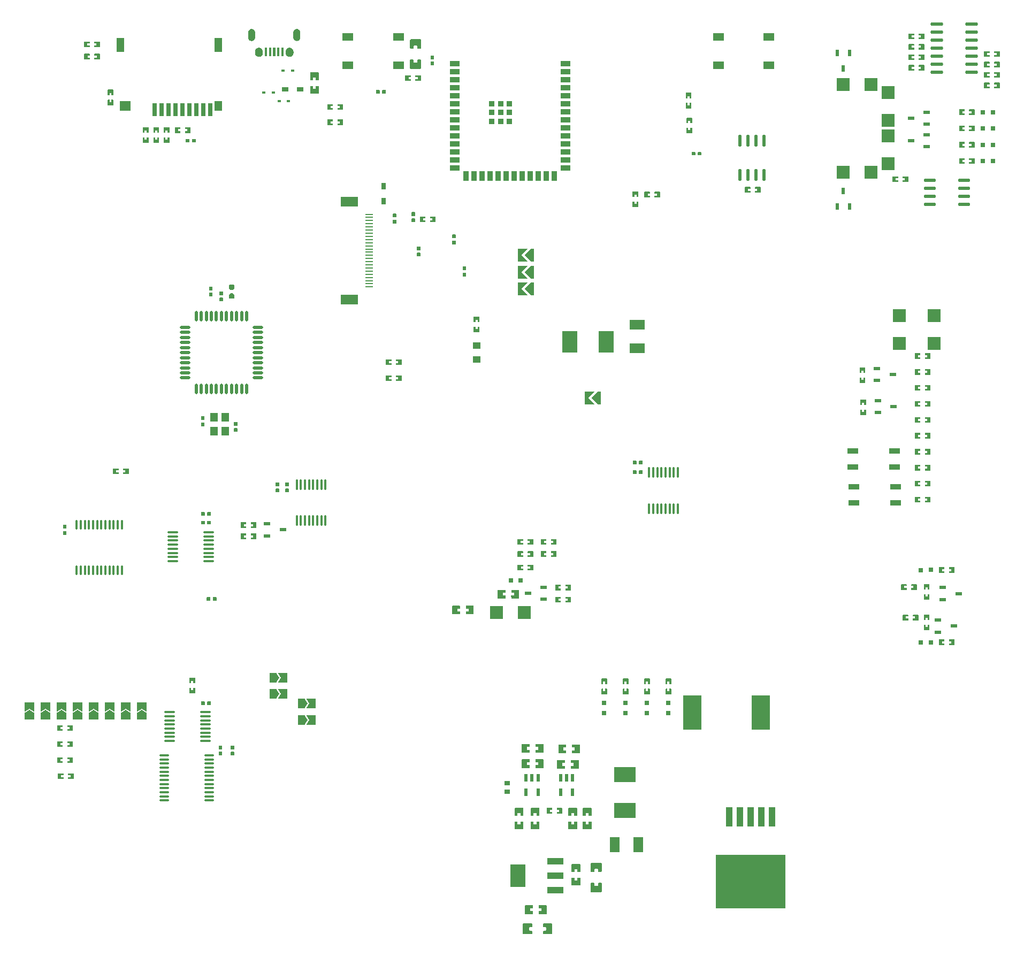
<source format=gtp>
G04 Layer: TopPasteMaskLayer*
G04 EasyEDA v6.5.42, 2024-02-23 22:21:14*
G04 3aace9d48a714ce2aeec92cc817ea311,70a670f4ca684169977cf979d80dc4ec,10*
G04 Gerber Generator version 0.2*
G04 Scale: 100 percent, Rotated: No, Reflected: No *
G04 Dimensions in millimeters *
G04 leading zeros omitted , absolute positions ,4 integer and 5 decimal *
%FSLAX45Y45*%
%MOMM*%

%AMMACRO1*21,1,$1,$2,0,0,$3*%
%AMMACRO2*4,1,6,-0.7501,-1,-0.7501,1,0.7501,1,-0.2499,0,0.7501,-1,-0.7501,-1,-0.7501,-1,0*%
%AMMACRO3*4,1,5,0.7501,1,0.2499,1,-0.7501,0,0.2499,-1,0.7501,-1,0.7501,1,0*%
%AMMACRO4*4,1,6,-0.7499,-1,-0.7499,1,0.7499,1,-0.2501,0,0.7499,-1,-0.7499,-1,-0.7499,-1,0*%
%AMMACRO5*4,1,5,0.7499,1,0.2501,1,-0.7499,0,0.2501,-1,0.7499,-1,0.7499,1,0*%
%AMMACRO6*4,1,5,0.7501,-0.8,-0.7501,-0.8,-0.2499,-0.0001,-0.7501,0.8,0.7501,0.8,0.7501,-0.8,0*%
%AMMACRO7*4,1,5,0.7501,-0.0001,0.2499,-0.8,-0.7501,-0.8,-0.7501,0.8,0.2499,0.8,0.7501,-0.0001,0*%
%AMMACRO8*4,1,5,0.7501,-0.8,-0.7501,-0.8,-0.2499,0.0001,-0.7501,0.8,0.7501,0.8,0.7501,-0.8,0*%
%AMMACRO9*4,1,5,0.7501,0.0001,0.2499,-0.8,-0.7501,-0.8,-0.7501,0.8,0.2499,0.8,0.7501,0.0001,0*%
%AMMACRO10*4,1,5,0.8001,0.7501,0.8001,-0.7501,0,-0.2499,-0.8001,-0.7501,-0.8001,0.7501,0.8001,0.7501,0*%
%AMMACRO11*4,1,5,0,0.7499,0.8001,0.2501,0.8001,-0.7499,-0.8001,-0.7499,-0.8001,0.2501,0,0.7499,0*%
%ADD10O,0.5684012X1.950212*%
%ADD11R,2.0000X2.0000*%
%ADD12R,0.8000X0.8000*%
%ADD13R,0.6000X1.0700*%
%ADD14R,1.0700X0.6000*%
%ADD15O,1.950212X0.5684012*%
%ADD16O,2.0379944X0.5739892*%
%ADD17O,0.4480052X1.6839946000000001*%
%ADD18O,1.6839946000000001X0.4480052*%
%ADD19R,0.7500X1.0000*%
%ADD20R,1.7000X0.9500*%
%ADD21R,1.2700X2.2860*%
%ADD22R,1.7780X1.5000*%
%ADD23R,1.2700X1.5000*%
%ADD24R,0.7000X2.0000*%
%ADD25R,2.5000X1.1000*%
%ADD26MACRO1,3.6002X2.3398X-90.0000*%
%ADD27MACRO1,2.3762X1.5065X0.0000*%
%ADD28R,2.3760X1.5062*%
%ADD29R,2.3500X3.5000*%
%ADD30MACRO2*%
%ADD31MACRO3*%
%ADD32R,1.5000X0.9000*%
%ADD33R,0.9000X1.5000*%
%ADD34R,0.9000X0.9000*%
%ADD35R,1.0000X0.7500*%
%ADD36R,0.6000X0.4000*%
%ADD37R,1.8000X1.2000*%
%ADD38MACRO1,2.3759X1.5062X-90.0000*%
%ADD39MACRO4*%
%ADD40MACRO5*%
%ADD41R,1.2500X1.0000*%
%ADD42R,0.4900X1.1570*%
%ADD43R,0.4900X1.1750*%
%ADD44O,0.3430016X1.7314926000000002*%
%ADD45R,1.2000X1.4000*%
%ADD46R,2.9000X5.4000*%
%ADD47O,1.7314926000000002X0.3430016*%
%ADD48MACRO6*%
%ADD49MACRO7*%
%ADD50MACRO8*%
%ADD51MACRO9*%
%ADD52R,0.9000X0.8000*%
%ADD53R,3.5000X2.3500*%
%ADD54R,1.3000X0.2500*%
%ADD55R,2.8000X1.6000*%
%ADD56MACRO1,1.0201X3.0828X0.0000*%
%ADD57MACRO1,1.0198X3.0828X0.0000*%
%ADD58R,11.0000X8.5000*%
%ADD59O,0.3999992X1.499997*%
%ADD60O,1.499997X0.3999992*%
%ADD61MACRO10*%
%ADD62MACRO11*%
%ADD63C,0.0170*%

%LPD*%
G36*
X10212222Y2788208D02*
G01*
X10207193Y2783179D01*
X10207193Y2760421D01*
X10244226Y2760421D01*
X10244226Y2727401D01*
X10207193Y2727401D01*
X10207193Y2703220D01*
X10212222Y2698191D01*
X10292181Y2698191D01*
X10297210Y2703220D01*
X10297210Y2783179D01*
X10292181Y2788208D01*
G37*
G36*
X10053218Y2788208D02*
G01*
X10048189Y2783179D01*
X10048189Y2703220D01*
X10053218Y2698191D01*
X10132212Y2698191D01*
X10137190Y2703220D01*
X10137190Y2727401D01*
X10099192Y2727401D01*
X10099192Y2760421D01*
X10137190Y2760421D01*
X10137190Y2783179D01*
X10132212Y2788208D01*
G37*
G36*
X7875422Y2623108D02*
G01*
X7870393Y2618079D01*
X7870393Y2595321D01*
X7907426Y2595321D01*
X7907426Y2562301D01*
X7870393Y2562301D01*
X7870393Y2538120D01*
X7875422Y2533091D01*
X7955381Y2533091D01*
X7960410Y2538120D01*
X7960410Y2618079D01*
X7955381Y2623108D01*
G37*
G36*
X7716418Y2623108D02*
G01*
X7711389Y2618079D01*
X7711389Y2538120D01*
X7716418Y2533091D01*
X7795412Y2533091D01*
X7800390Y2538120D01*
X7800390Y2562301D01*
X7762392Y2562301D01*
X7762392Y2595321D01*
X7800390Y2595321D01*
X7800390Y2618079D01*
X7795412Y2623108D01*
G37*
G36*
X10466222Y4886198D02*
G01*
X10461193Y4881219D01*
X10461193Y4858410D01*
X10498226Y4858410D01*
X10498226Y4825390D01*
X10461193Y4825390D01*
X10461193Y4801209D01*
X10466222Y4796231D01*
X10546181Y4796231D01*
X10551210Y4801209D01*
X10551210Y4881219D01*
X10546181Y4886198D01*
G37*
G36*
X10307218Y4886198D02*
G01*
X10302189Y4881219D01*
X10302189Y4801209D01*
X10307218Y4796231D01*
X10386212Y4796231D01*
X10391190Y4801209D01*
X10391190Y4825390D01*
X10353192Y4825390D01*
X10353192Y4858410D01*
X10391190Y4858410D01*
X10391190Y4881219D01*
X10386212Y4886198D01*
G37*
G36*
X10466222Y5048808D02*
G01*
X10461193Y5043779D01*
X10461193Y5021021D01*
X10498226Y5021021D01*
X10498226Y4988001D01*
X10461193Y4988001D01*
X10461193Y4963820D01*
X10466222Y4958791D01*
X10546181Y4958791D01*
X10551210Y4963820D01*
X10551210Y5043779D01*
X10546181Y5048808D01*
G37*
G36*
X10307218Y5048808D02*
G01*
X10302189Y5043779D01*
X10302189Y4963820D01*
X10307218Y4958791D01*
X10386212Y4958791D01*
X10391190Y4963820D01*
X10391190Y4988001D01*
X10353192Y4988001D01*
X10353192Y5021021D01*
X10391190Y5021021D01*
X10391190Y5043779D01*
X10386212Y5048808D01*
G37*
G36*
X10466222Y4553508D02*
G01*
X10461193Y4548479D01*
X10461193Y4525721D01*
X10498226Y4525721D01*
X10498226Y4492701D01*
X10461193Y4492701D01*
X10461193Y4468520D01*
X10466222Y4463491D01*
X10546181Y4463491D01*
X10551210Y4468520D01*
X10551210Y4548479D01*
X10546181Y4553508D01*
G37*
G36*
X10307218Y4553508D02*
G01*
X10302189Y4548479D01*
X10302189Y4468520D01*
X10307218Y4463491D01*
X10386212Y4463491D01*
X10391190Y4468520D01*
X10391190Y4492701D01*
X10353192Y4492701D01*
X10353192Y4525721D01*
X10391190Y4525721D01*
X10391190Y4548479D01*
X10386212Y4553508D01*
G37*
G36*
X10466222Y4718608D02*
G01*
X10461193Y4713579D01*
X10461193Y4690821D01*
X10498226Y4690821D01*
X10498226Y4657801D01*
X10461193Y4657801D01*
X10461193Y4633620D01*
X10466222Y4628591D01*
X10546181Y4628591D01*
X10551210Y4633620D01*
X10551210Y4713579D01*
X10546181Y4718608D01*
G37*
G36*
X10307218Y4718608D02*
G01*
X10302189Y4713579D01*
X10302189Y4633620D01*
X10307218Y4628591D01*
X10386212Y4628591D01*
X10391190Y4633620D01*
X10391190Y4657801D01*
X10353192Y4657801D01*
X10353192Y4690821D01*
X10391190Y4690821D01*
X10391190Y4713579D01*
X10386212Y4718608D01*
G37*
G36*
X11501018Y4604308D02*
G01*
X11495989Y4599279D01*
X11495989Y4519320D01*
X11501018Y4514291D01*
X11580977Y4514291D01*
X11586006Y4519320D01*
X11586006Y4542078D01*
X11549024Y4542078D01*
X11549024Y4575098D01*
X11586006Y4575098D01*
X11586006Y4599279D01*
X11580977Y4604308D01*
G37*
G36*
X11660987Y4604308D02*
G01*
X11656009Y4599279D01*
X11656009Y4575098D01*
X11694007Y4575098D01*
X11694007Y4542078D01*
X11656009Y4542078D01*
X11656009Y4519320D01*
X11660987Y4514291D01*
X11739981Y4514291D01*
X11745010Y4519320D01*
X11745010Y4599279D01*
X11739981Y4604308D01*
G37*
G36*
X11501018Y4769408D02*
G01*
X11495989Y4764379D01*
X11495989Y4684420D01*
X11501018Y4679391D01*
X11580977Y4679391D01*
X11586006Y4684420D01*
X11586006Y4707178D01*
X11549024Y4707178D01*
X11549024Y4740198D01*
X11586006Y4740198D01*
X11586006Y4764379D01*
X11580977Y4769408D01*
G37*
G36*
X11660987Y4769408D02*
G01*
X11656009Y4764379D01*
X11656009Y4740198D01*
X11694007Y4740198D01*
X11694007Y4707178D01*
X11656009Y4707178D01*
X11656009Y4684420D01*
X11660987Y4679391D01*
X11739981Y4679391D01*
X11745010Y4684420D01*
X11745010Y4764379D01*
X11739981Y4769408D01*
G37*
G36*
X11501018Y4439208D02*
G01*
X11495989Y4434179D01*
X11495989Y4354220D01*
X11501018Y4349191D01*
X11580977Y4349191D01*
X11586006Y4354220D01*
X11586006Y4376978D01*
X11549024Y4376978D01*
X11549024Y4409998D01*
X11586006Y4409998D01*
X11586006Y4434179D01*
X11580977Y4439208D01*
G37*
G36*
X11660987Y4439208D02*
G01*
X11656009Y4434179D01*
X11656009Y4409998D01*
X11694007Y4409998D01*
X11694007Y4376978D01*
X11656009Y4376978D01*
X11656009Y4354220D01*
X11660987Y4349191D01*
X11739981Y4349191D01*
X11745010Y4354220D01*
X11745010Y4434179D01*
X11739981Y4439208D01*
G37*
G36*
X11501018Y4274108D02*
G01*
X11495989Y4269079D01*
X11495989Y4189120D01*
X11501018Y4184091D01*
X11580977Y4184091D01*
X11586006Y4189120D01*
X11586006Y4211878D01*
X11549024Y4211878D01*
X11549024Y4244898D01*
X11586006Y4244898D01*
X11586006Y4269079D01*
X11580977Y4274108D01*
G37*
G36*
X11660987Y4274108D02*
G01*
X11656009Y4269079D01*
X11656009Y4244898D01*
X11694007Y4244898D01*
X11694007Y4211878D01*
X11656009Y4211878D01*
X11656009Y4189120D01*
X11660987Y4184091D01*
X11739981Y4184091D01*
X11745010Y4189120D01*
X11745010Y4269079D01*
X11739981Y4274108D01*
G37*
G36*
X11266322Y3850741D02*
G01*
X11261293Y3845763D01*
X11261293Y3822954D01*
X11298326Y3822954D01*
X11298326Y3789984D01*
X11261293Y3789984D01*
X11261293Y3765753D01*
X11266322Y3760774D01*
X11346281Y3760774D01*
X11351310Y3765753D01*
X11351310Y3845763D01*
X11346281Y3850741D01*
G37*
G36*
X11107318Y3850741D02*
G01*
X11102289Y3845763D01*
X11102289Y3765753D01*
X11107318Y3760774D01*
X11186312Y3760774D01*
X11191290Y3765753D01*
X11191290Y3789984D01*
X11153292Y3789984D01*
X11153292Y3822954D01*
X11191290Y3822954D01*
X11191290Y3845763D01*
X11186312Y3850741D01*
G37*
G36*
X11266322Y3592525D02*
G01*
X11261293Y3587546D01*
X11261293Y3564737D01*
X11298326Y3564737D01*
X11298326Y3531717D01*
X11261293Y3531717D01*
X11261293Y3507536D01*
X11266322Y3502507D01*
X11346281Y3502507D01*
X11351310Y3507536D01*
X11351310Y3587546D01*
X11346281Y3592525D01*
G37*
G36*
X11107318Y3592525D02*
G01*
X11102289Y3587546D01*
X11102289Y3507536D01*
X11107318Y3502507D01*
X11186312Y3502507D01*
X11191290Y3507536D01*
X11191290Y3531717D01*
X11153292Y3531717D01*
X11153292Y3564737D01*
X11191290Y3564737D01*
X11191290Y3587546D01*
X11186312Y3592525D01*
G37*
G36*
X11266322Y3334308D02*
G01*
X11261293Y3329279D01*
X11261293Y3306521D01*
X11298326Y3306521D01*
X11298326Y3273501D01*
X11261293Y3273501D01*
X11261293Y3249320D01*
X11266322Y3244291D01*
X11346281Y3244291D01*
X11351310Y3249320D01*
X11351310Y3329279D01*
X11346281Y3334308D01*
G37*
G36*
X11107318Y3334308D02*
G01*
X11102289Y3329279D01*
X11102289Y3249320D01*
X11107318Y3244291D01*
X11186312Y3244291D01*
X11191290Y3249320D01*
X11191290Y3273501D01*
X11153292Y3273501D01*
X11153292Y3306521D01*
X11191290Y3306521D01*
X11191290Y3329279D01*
X11186312Y3334308D01*
G37*
G36*
X11266322Y3076041D02*
G01*
X11261293Y3071063D01*
X11261293Y3048254D01*
X11298326Y3048254D01*
X11298326Y3015284D01*
X11261293Y3015284D01*
X11261293Y2991053D01*
X11266322Y2986074D01*
X11346281Y2986074D01*
X11351310Y2991053D01*
X11351310Y3071063D01*
X11346281Y3076041D01*
G37*
G36*
X11107318Y3076041D02*
G01*
X11102289Y3071063D01*
X11102289Y2991053D01*
X11107318Y2986074D01*
X11186312Y2986074D01*
X11191290Y2991053D01*
X11191290Y3015284D01*
X11153292Y3015284D01*
X11153292Y3048254D01*
X11191290Y3048254D01*
X11191290Y3071063D01*
X11186312Y3076041D01*
G37*
G36*
X6971893Y3177082D02*
G01*
X6964883Y3172104D01*
X6964883Y3127095D01*
X6971893Y3122117D01*
X7019899Y3122117D01*
X7024928Y3127095D01*
X7024928Y3172104D01*
X7019899Y3177082D01*
G37*
G36*
X6873900Y3177082D02*
G01*
X6868922Y3172104D01*
X6868922Y3127095D01*
X6873900Y3122117D01*
X6921906Y3122117D01*
X6928916Y3127095D01*
X6928916Y3172104D01*
X6921906Y3177082D01*
G37*
G36*
X-1071422Y-5144414D02*
G01*
X-1076401Y-5149392D01*
X-1076401Y-5229402D01*
X-1071422Y-5234381D01*
X-1048613Y-5234381D01*
X-1048613Y-5197398D01*
X-1015593Y-5197398D01*
X-1015593Y-5234381D01*
X-991412Y-5234381D01*
X-986383Y-5229402D01*
X-986383Y-5149392D01*
X-991412Y-5144414D01*
G37*
G36*
X-1071422Y-5304383D02*
G01*
X-1076401Y-5309412D01*
X-1076401Y-5388406D01*
X-1071422Y-5393385D01*
X-991412Y-5393385D01*
X-986383Y-5388406D01*
X-986383Y-5309412D01*
X-991412Y-5304383D01*
X-1015593Y-5304383D01*
X-1015593Y-5342382D01*
X-1048613Y-5342382D01*
X-1048613Y-5304383D01*
G37*
G36*
X-2122220Y-1833016D02*
G01*
X-2127199Y-1837994D01*
X-2127199Y-1860804D01*
X-2090216Y-1860804D01*
X-2090216Y-1893824D01*
X-2127199Y-1893824D01*
X-2127199Y-1918004D01*
X-2122220Y-1922983D01*
X-2042210Y-1922983D01*
X-2037181Y-1918004D01*
X-2037181Y-1837994D01*
X-2042210Y-1833016D01*
G37*
G36*
X-2281174Y-1833016D02*
G01*
X-2286203Y-1837994D01*
X-2286203Y-1918004D01*
X-2281174Y-1922983D01*
X-2202180Y-1922983D01*
X-2197201Y-1918004D01*
X-2197201Y-1893824D01*
X-2235200Y-1893824D01*
X-2235200Y-1860804D01*
X-2197201Y-1860804D01*
X-2197201Y-1837994D01*
X-2202180Y-1833016D01*
G37*
G36*
X-1477822Y3567785D02*
G01*
X-1482801Y3562807D01*
X-1482801Y3482797D01*
X-1477822Y3477818D01*
X-1455013Y3477818D01*
X-1455013Y3514801D01*
X-1421993Y3514801D01*
X-1421993Y3477818D01*
X-1397812Y3477818D01*
X-1392783Y3482797D01*
X-1392783Y3562807D01*
X-1397812Y3567785D01*
G37*
G36*
X-1477822Y3407816D02*
G01*
X-1482801Y3402787D01*
X-1482801Y3323793D01*
X-1477822Y3318814D01*
X-1397812Y3318814D01*
X-1392783Y3323793D01*
X-1392783Y3402787D01*
X-1397812Y3407816D01*
X-1421993Y3407816D01*
X-1421993Y3369818D01*
X-1455013Y3369818D01*
X-1455013Y3407816D01*
G37*
G36*
X10549077Y-3821937D02*
G01*
X10544098Y-3826967D01*
X10544098Y-3906926D01*
X10549077Y-3911955D01*
X10629087Y-3911955D01*
X10634116Y-3906926D01*
X10634116Y-3826967D01*
X10629087Y-3821937D01*
X10606278Y-3821937D01*
X10606278Y-3858971D01*
X10573308Y-3858971D01*
X10573308Y-3821937D01*
G37*
G36*
X10549077Y-3662934D02*
G01*
X10544098Y-3667963D01*
X10544098Y-3746957D01*
X10549077Y-3751935D01*
X10573308Y-3751935D01*
X10573308Y-3713937D01*
X10606278Y-3713937D01*
X10606278Y-3751935D01*
X10629087Y-3751935D01*
X10634116Y-3746957D01*
X10634116Y-3667963D01*
X10629087Y-3662934D01*
G37*
G36*
X10549077Y-4304538D02*
G01*
X10544098Y-4309567D01*
X10544098Y-4389526D01*
X10549077Y-4394555D01*
X10629087Y-4394555D01*
X10634116Y-4389526D01*
X10634116Y-4309567D01*
X10629087Y-4304538D01*
X10606278Y-4304538D01*
X10606278Y-4341571D01*
X10573308Y-4341571D01*
X10573308Y-4304538D01*
G37*
G36*
X10549077Y-4145534D02*
G01*
X10544098Y-4150563D01*
X10544098Y-4229557D01*
X10549077Y-4234535D01*
X10573308Y-4234535D01*
X10573308Y-4196537D01*
X10606278Y-4196537D01*
X10606278Y-4234535D01*
X10629087Y-4234535D01*
X10634116Y-4229557D01*
X10634116Y-4150563D01*
X10629087Y-4145534D01*
G37*
G36*
X10406075Y-1524203D02*
G01*
X10401096Y-1529181D01*
X10401096Y-1609191D01*
X10406075Y-1614170D01*
X10486085Y-1614170D01*
X10491114Y-1609191D01*
X10491114Y-1586382D01*
X10454081Y-1586382D01*
X10454081Y-1553362D01*
X10491114Y-1553362D01*
X10491114Y-1529181D01*
X10486085Y-1524203D01*
G37*
G36*
X10566095Y-1524203D02*
G01*
X10561116Y-1529181D01*
X10561116Y-1553362D01*
X10599115Y-1553362D01*
X10599115Y-1586382D01*
X10561116Y-1586382D01*
X10561116Y-1609191D01*
X10566095Y-1614170D01*
X10645089Y-1614170D01*
X10650118Y-1609191D01*
X10650118Y-1529181D01*
X10645089Y-1524203D01*
G37*
G36*
X10406075Y-1271574D02*
G01*
X10401096Y-1276604D01*
X10401096Y-1356614D01*
X10406075Y-1361592D01*
X10486085Y-1361592D01*
X10491114Y-1356614D01*
X10491114Y-1333804D01*
X10454081Y-1333804D01*
X10454081Y-1300784D01*
X10491114Y-1300784D01*
X10491114Y-1276604D01*
X10486085Y-1271574D01*
G37*
G36*
X10566095Y-1271574D02*
G01*
X10561116Y-1276604D01*
X10561116Y-1300784D01*
X10599115Y-1300784D01*
X10599115Y-1333804D01*
X10561116Y-1333804D01*
X10561116Y-1356614D01*
X10566095Y-1361592D01*
X10645089Y-1361592D01*
X10650118Y-1356614D01*
X10650118Y-1276604D01*
X10645089Y-1271574D01*
G37*
G36*
X10406075Y-1018997D02*
G01*
X10401096Y-1024026D01*
X10401096Y-1103985D01*
X10406075Y-1109014D01*
X10486085Y-1109014D01*
X10491114Y-1103985D01*
X10491114Y-1081227D01*
X10454081Y-1081227D01*
X10454081Y-1048207D01*
X10491114Y-1048207D01*
X10491114Y-1024026D01*
X10486085Y-1018997D01*
G37*
G36*
X10566095Y-1018997D02*
G01*
X10561116Y-1024026D01*
X10561116Y-1048207D01*
X10599115Y-1048207D01*
X10599115Y-1081227D01*
X10561116Y-1081227D01*
X10561116Y-1103985D01*
X10566095Y-1109014D01*
X10645089Y-1109014D01*
X10650118Y-1103985D01*
X10650118Y-1024026D01*
X10645089Y-1018997D01*
G37*
G36*
X10406075Y-766419D02*
G01*
X10401096Y-771398D01*
X10401096Y-851408D01*
X10406075Y-856437D01*
X10486085Y-856437D01*
X10491114Y-851408D01*
X10491114Y-828598D01*
X10454081Y-828598D01*
X10454081Y-795629D01*
X10491114Y-795629D01*
X10491114Y-771398D01*
X10486085Y-766419D01*
G37*
G36*
X10566095Y-766419D02*
G01*
X10561116Y-771398D01*
X10561116Y-795629D01*
X10599115Y-795629D01*
X10599115Y-828598D01*
X10561116Y-828598D01*
X10561116Y-851408D01*
X10566095Y-856437D01*
X10645089Y-856437D01*
X10650118Y-851408D01*
X10650118Y-771398D01*
X10645089Y-766419D01*
G37*
G36*
X10406075Y-513842D02*
G01*
X10401096Y-518820D01*
X10401096Y-598830D01*
X10406075Y-603808D01*
X10486085Y-603808D01*
X10491114Y-598830D01*
X10491114Y-576021D01*
X10454081Y-576021D01*
X10454081Y-543052D01*
X10491114Y-543052D01*
X10491114Y-518820D01*
X10486085Y-513842D01*
G37*
G36*
X10566095Y-513842D02*
G01*
X10561116Y-518820D01*
X10561116Y-543052D01*
X10599115Y-543052D01*
X10599115Y-576021D01*
X10561116Y-576021D01*
X10561116Y-598830D01*
X10566095Y-603808D01*
X10645089Y-603808D01*
X10650118Y-598830D01*
X10650118Y-518820D01*
X10645089Y-513842D01*
G37*
G36*
X10406075Y-261213D02*
G01*
X10401096Y-266242D01*
X10401096Y-346252D01*
X10406075Y-351231D01*
X10486085Y-351231D01*
X10491114Y-346252D01*
X10491114Y-323443D01*
X10454081Y-323443D01*
X10454081Y-290423D01*
X10491114Y-290423D01*
X10491114Y-266242D01*
X10486085Y-261213D01*
G37*
G36*
X10566095Y-261213D02*
G01*
X10561116Y-266242D01*
X10561116Y-290423D01*
X10599115Y-290423D01*
X10599115Y-323443D01*
X10561116Y-323443D01*
X10561116Y-346252D01*
X10566095Y-351231D01*
X10645089Y-351231D01*
X10650118Y-346252D01*
X10650118Y-266242D01*
X10645089Y-261213D01*
G37*
G36*
X9545777Y-741934D02*
G01*
X9540798Y-746963D01*
X9540798Y-826922D01*
X9545777Y-831951D01*
X9568586Y-831951D01*
X9568586Y-794969D01*
X9601606Y-794969D01*
X9601606Y-831951D01*
X9625787Y-831951D01*
X9630816Y-826922D01*
X9630816Y-746963D01*
X9625787Y-741934D01*
G37*
G36*
X9545777Y-901953D02*
G01*
X9540798Y-906932D01*
X9540798Y-985926D01*
X9545777Y-990955D01*
X9625787Y-990955D01*
X9630816Y-985926D01*
X9630816Y-906932D01*
X9625787Y-901953D01*
X9601606Y-901953D01*
X9601606Y-939952D01*
X9568586Y-939952D01*
X9568586Y-901953D01*
G37*
G36*
X10406075Y-8636D02*
G01*
X10401096Y-13665D01*
X10401096Y-93624D01*
X10406075Y-98653D01*
X10486085Y-98653D01*
X10491114Y-93624D01*
X10491114Y-70866D01*
X10454081Y-70866D01*
X10454081Y-37846D01*
X10491114Y-37846D01*
X10491114Y-13665D01*
X10486085Y-8636D01*
G37*
G36*
X10566095Y-8636D02*
G01*
X10561116Y-13665D01*
X10561116Y-37846D01*
X10599115Y-37846D01*
X10599115Y-70866D01*
X10561116Y-70866D01*
X10561116Y-93624D01*
X10566095Y-98653D01*
X10645089Y-98653D01*
X10650118Y-93624D01*
X10650118Y-13665D01*
X10645089Y-8636D01*
G37*
G36*
X9533077Y-233934D02*
G01*
X9528098Y-238963D01*
X9528098Y-318922D01*
X9533077Y-323951D01*
X9555886Y-323951D01*
X9555886Y-286969D01*
X9588906Y-286969D01*
X9588906Y-323951D01*
X9613087Y-323951D01*
X9618116Y-318922D01*
X9618116Y-238963D01*
X9613087Y-233934D01*
G37*
G36*
X9533077Y-393954D02*
G01*
X9528098Y-398932D01*
X9528098Y-477926D01*
X9533077Y-482955D01*
X9613087Y-482955D01*
X9618116Y-477926D01*
X9618116Y-398932D01*
X9613087Y-393954D01*
X9588906Y-393954D01*
X9588906Y-431952D01*
X9555886Y-431952D01*
X9555886Y-393954D01*
G37*
G36*
X10406075Y-1776780D02*
G01*
X10401096Y-1781759D01*
X10401096Y-1861769D01*
X10406075Y-1866747D01*
X10486085Y-1866747D01*
X10491114Y-1861769D01*
X10491114Y-1838960D01*
X10454081Y-1838960D01*
X10454081Y-1805990D01*
X10491114Y-1805990D01*
X10491114Y-1781759D01*
X10486085Y-1776780D01*
G37*
G36*
X10566095Y-1776780D02*
G01*
X10561116Y-1781759D01*
X10561116Y-1805990D01*
X10599115Y-1805990D01*
X10599115Y-1838960D01*
X10561116Y-1838960D01*
X10561116Y-1861769D01*
X10566095Y-1866747D01*
X10645089Y-1866747D01*
X10650118Y-1861769D01*
X10650118Y-1781759D01*
X10645089Y-1776780D01*
G37*
G36*
X5446420Y-5317693D02*
G01*
X5441391Y-5322722D01*
X5441391Y-5402681D01*
X5446420Y-5407710D01*
X5526379Y-5407710D01*
X5531408Y-5402681D01*
X5531408Y-5322722D01*
X5526379Y-5317693D01*
X5503621Y-5317693D01*
X5503621Y-5354726D01*
X5470601Y-5354726D01*
X5470601Y-5317693D01*
G37*
G36*
X5446420Y-5158689D02*
G01*
X5441391Y-5163718D01*
X5441391Y-5242712D01*
X5446420Y-5247690D01*
X5470601Y-5247690D01*
X5470601Y-5209692D01*
X5503621Y-5209692D01*
X5503621Y-5247690D01*
X5526379Y-5247690D01*
X5531408Y-5242712D01*
X5531408Y-5163718D01*
X5526379Y-5158689D01*
G37*
G36*
X836980Y4436313D02*
G01*
X832002Y4431284D01*
X832002Y4316272D01*
X836980Y4311294D01*
X878992Y4311802D01*
X878992Y4355795D01*
X924001Y4355795D01*
X924001Y4310786D01*
X964996Y4311294D01*
X970026Y4316272D01*
X970026Y4431284D01*
X964996Y4436313D01*
G37*
G36*
X836980Y4221276D02*
G01*
X832002Y4216298D01*
X832002Y4101287D01*
X836980Y4096308D01*
X964996Y4096308D01*
X970026Y4101287D01*
X970026Y4216298D01*
X964996Y4221276D01*
X924001Y4220819D01*
X924001Y4176776D01*
X878992Y4176776D01*
X878992Y4221276D01*
G37*
G36*
X3424377Y411581D02*
G01*
X3419398Y406603D01*
X3419398Y326593D01*
X3424377Y321614D01*
X3504387Y321614D01*
X3509416Y326593D01*
X3509416Y406603D01*
X3504387Y411581D01*
X3481578Y411581D01*
X3481578Y374599D01*
X3448608Y374599D01*
X3448608Y411581D01*
G37*
G36*
X3424377Y570585D02*
G01*
X3419398Y565607D01*
X3419398Y486613D01*
X3424377Y481584D01*
X3448608Y481584D01*
X3448608Y519582D01*
X3481578Y519582D01*
X3481578Y481584D01*
X3504387Y481584D01*
X3509416Y486613D01*
X3509416Y565607D01*
X3504387Y570585D01*
G37*
G36*
X3085998Y-4004106D02*
G01*
X3081020Y-4009085D01*
X3081020Y-4137101D01*
X3085998Y-4142079D01*
X3201009Y-4142079D01*
X3205988Y-4137101D01*
X3205480Y-4095089D01*
X3161487Y-4095089D01*
X3161487Y-4050080D01*
X3206496Y-4050080D01*
X3205988Y-4009085D01*
X3201009Y-4004106D01*
G37*
G36*
X3300984Y-4004106D02*
G01*
X3296005Y-4009085D01*
X3296513Y-4050080D01*
X3340506Y-4050080D01*
X3340506Y-4095089D01*
X3296005Y-4095089D01*
X3296005Y-4137101D01*
X3300984Y-4142079D01*
X3415995Y-4142079D01*
X3420973Y-4137101D01*
X3420973Y-4009085D01*
X3415995Y-4004106D01*
G37*
G36*
X6042101Y-1863191D02*
G01*
X6035090Y-1868170D01*
X6035090Y-1913178D01*
X6042101Y-1918207D01*
X6090107Y-1918207D01*
X6095085Y-1913178D01*
X6095085Y-1868170D01*
X6090107Y-1863191D01*
G37*
G36*
X5944108Y-1863191D02*
G01*
X5939129Y-1868170D01*
X5939129Y-1913178D01*
X5944108Y-1918207D01*
X5992114Y-1918207D01*
X5999124Y-1913178D01*
X5999124Y-1868170D01*
X5992114Y-1863191D01*
G37*
G36*
X444703Y-2053996D02*
G01*
X439724Y-2058974D01*
X439724Y-2106980D01*
X444703Y-2113991D01*
X489712Y-2113991D01*
X494690Y-2106980D01*
X494690Y-2058974D01*
X489712Y-2053996D01*
G37*
G36*
X444703Y-2150008D02*
G01*
X439724Y-2156968D01*
X439724Y-2204974D01*
X444703Y-2210003D01*
X489712Y-2210003D01*
X494690Y-2204974D01*
X494690Y-2156968D01*
X489712Y-2150008D01*
G37*
G36*
X-790498Y-2663291D02*
G01*
X-797458Y-2668270D01*
X-797458Y-2713278D01*
X-790498Y-2718308D01*
X-742492Y-2718308D01*
X-737463Y-2713278D01*
X-737463Y-2668270D01*
X-742492Y-2663291D01*
G37*
G36*
X-888492Y-2663291D02*
G01*
X-893470Y-2668270D01*
X-893470Y-2713278D01*
X-888492Y-2718308D01*
X-840486Y-2718308D01*
X-833475Y-2713278D01*
X-833475Y-2668270D01*
X-840486Y-2663291D01*
G37*
G36*
X5944108Y-1710791D02*
G01*
X5939078Y-1715770D01*
X5939078Y-1760778D01*
X5944108Y-1765807D01*
X5992114Y-1765807D01*
X5999124Y-1760778D01*
X5999124Y-1715770D01*
X5992114Y-1710791D01*
G37*
G36*
X6042101Y-1710791D02*
G01*
X6035090Y-1715770D01*
X6035090Y-1760778D01*
X6042101Y-1765807D01*
X6090107Y-1765807D01*
X6095085Y-1760778D01*
X6095085Y-1715770D01*
X6090107Y-1710791D01*
G37*
G36*
X292303Y-2150008D02*
G01*
X287324Y-2157018D01*
X287324Y-2204974D01*
X292303Y-2210003D01*
X337312Y-2210003D01*
X342290Y-2204974D01*
X342290Y-2157018D01*
X337312Y-2150008D01*
G37*
G36*
X292303Y-2053996D02*
G01*
X287324Y-2058974D01*
X287324Y-2106980D01*
X292303Y-2113991D01*
X337312Y-2113991D01*
X342290Y-2106980D01*
X342290Y-2058974D01*
X337312Y-2053996D01*
G37*
G36*
X-888492Y-2523591D02*
G01*
X-893470Y-2528570D01*
X-893470Y-2573578D01*
X-888492Y-2578608D01*
X-840486Y-2578608D01*
X-833475Y-2573578D01*
X-833475Y-2528570D01*
X-840486Y-2523591D01*
G37*
G36*
X-790498Y-2523591D02*
G01*
X-797509Y-2528570D01*
X-797509Y-2573578D01*
X-790498Y-2578608D01*
X-742492Y-2578608D01*
X-737463Y-2573578D01*
X-737463Y-2528570D01*
X-742492Y-2523591D01*
G37*
G36*
X4875530Y-3864965D02*
G01*
X4870500Y-3869994D01*
X4870500Y-3892804D01*
X4907483Y-3892804D01*
X4907483Y-3925773D01*
X4870500Y-3925773D01*
X4870500Y-3950004D01*
X4875530Y-3954983D01*
X4955489Y-3954983D01*
X4960518Y-3950004D01*
X4960518Y-3869994D01*
X4955489Y-3864965D01*
G37*
G36*
X4716526Y-3864965D02*
G01*
X4711496Y-3869994D01*
X4711496Y-3950004D01*
X4716526Y-3954983D01*
X4795520Y-3954983D01*
X4800498Y-3950004D01*
X4800498Y-3925773D01*
X4762500Y-3925773D01*
X4762500Y-3892804D01*
X4800498Y-3892804D01*
X4800498Y-3869994D01*
X4795520Y-3864965D01*
G37*
G36*
X-261874Y-2683865D02*
G01*
X-266903Y-2688894D01*
X-266903Y-2768904D01*
X-261874Y-2773883D01*
X-181864Y-2773883D01*
X-176885Y-2768904D01*
X-176885Y-2746095D01*
X-213867Y-2746095D01*
X-213867Y-2713075D01*
X-176885Y-2713075D01*
X-176885Y-2688894D01*
X-181864Y-2683865D01*
G37*
G36*
X-101904Y-2683865D02*
G01*
X-106883Y-2688894D01*
X-106883Y-2713075D01*
X-68884Y-2713075D01*
X-68884Y-2746095D01*
X-106883Y-2746095D01*
X-106883Y-2768904D01*
X-101904Y-2773883D01*
X-22910Y-2773883D01*
X-17881Y-2768904D01*
X-17881Y-2688894D01*
X-22910Y-2683865D01*
G37*
G36*
X-3073196Y-2727096D02*
G01*
X-3078175Y-2732074D01*
X-3078175Y-2780080D01*
X-3073196Y-2787091D01*
X-3028188Y-2787091D01*
X-3023158Y-2780080D01*
X-3023158Y-2732074D01*
X-3028188Y-2727096D01*
G37*
G36*
X-3073196Y-2823108D02*
G01*
X-3078175Y-2830068D01*
X-3078175Y-2878074D01*
X-3073196Y-2883103D01*
X-3028188Y-2883103D01*
X-3023158Y-2878074D01*
X-3023158Y-2830068D01*
X-3028188Y-2823108D01*
G37*
G36*
X-799592Y-3869791D02*
G01*
X-804621Y-3874820D01*
X-804621Y-3919778D01*
X-799592Y-3924808D01*
X-751586Y-3924808D01*
X-744626Y-3919778D01*
X-744626Y-3874820D01*
X-751586Y-3869791D01*
G37*
G36*
X-701598Y-3869791D02*
G01*
X-708609Y-3874820D01*
X-708609Y-3919778D01*
X-701598Y-3924808D01*
X-653592Y-3924808D01*
X-648614Y-3919778D01*
X-648614Y-3874820D01*
X-653592Y-3869791D01*
G37*
G36*
X5282996Y-8072323D02*
G01*
X5272989Y-8082280D01*
X5272989Y-8210803D01*
X5282996Y-8220811D01*
X5320030Y-8220811D01*
X5330037Y-8210803D01*
X5330037Y-8180324D01*
X5340045Y-8170316D01*
X5378754Y-8170316D01*
X5388762Y-8180324D01*
X5388762Y-8210803D01*
X5398770Y-8220811D01*
X5435803Y-8220811D01*
X5445810Y-8210803D01*
X5445810Y-8082280D01*
X5435803Y-8072323D01*
G37*
G36*
X5282996Y-8390788D02*
G01*
X5272989Y-8400796D01*
X5272989Y-8529320D01*
X5282996Y-8539276D01*
X5435803Y-8539276D01*
X5445810Y-8529320D01*
X5445810Y-8400796D01*
X5435803Y-8390788D01*
X5398770Y-8390788D01*
X5388762Y-8400796D01*
X5388762Y-8431276D01*
X5378754Y-8441283D01*
X5340045Y-8441283D01*
X5330037Y-8431276D01*
X5330037Y-8400796D01*
X5320030Y-8390788D01*
G37*
G36*
X4208780Y-9032189D02*
G01*
X4198823Y-9042196D01*
X4198823Y-9195003D01*
X4208780Y-9205010D01*
X4337304Y-9205010D01*
X4347311Y-9195003D01*
X4347311Y-9157970D01*
X4337304Y-9147962D01*
X4306824Y-9147962D01*
X4296816Y-9137954D01*
X4296816Y-9099245D01*
X4306824Y-9089237D01*
X4337304Y-9089237D01*
X4347311Y-9079230D01*
X4347311Y-9042196D01*
X4337304Y-9032189D01*
G37*
G36*
X4527296Y-9032189D02*
G01*
X4517288Y-9042196D01*
X4517288Y-9079230D01*
X4527296Y-9089237D01*
X4557776Y-9089237D01*
X4567783Y-9099245D01*
X4567783Y-9137954D01*
X4557776Y-9147962D01*
X4527296Y-9147962D01*
X4517288Y-9157970D01*
X4517288Y-9195003D01*
X4527296Y-9205010D01*
X4655820Y-9205010D01*
X4665776Y-9195003D01*
X4665776Y-9042196D01*
X4655820Y-9032189D01*
G37*
G36*
X2422804Y4959502D02*
G01*
X2412796Y4949494D01*
X2412796Y4820970D01*
X2422804Y4811014D01*
X2459837Y4811014D01*
X2469845Y4820970D01*
X2469845Y4851501D01*
X2479852Y4861458D01*
X2518562Y4861458D01*
X2528570Y4851501D01*
X2528570Y4820970D01*
X2538577Y4811014D01*
X2575610Y4811014D01*
X2585618Y4820970D01*
X2585618Y4949494D01*
X2575610Y4959502D01*
G37*
G36*
X2422804Y4640986D02*
G01*
X2412796Y4630978D01*
X2412796Y4502505D01*
X2422804Y4492498D01*
X2575610Y4492498D01*
X2585618Y4502505D01*
X2585618Y4630978D01*
X2575610Y4640986D01*
X2538577Y4640986D01*
X2528570Y4630978D01*
X2528570Y4600498D01*
X2518562Y4590491D01*
X2479852Y4590491D01*
X2469845Y4600498D01*
X2469845Y4630978D01*
X2459837Y4640986D01*
G37*
G36*
X4765090Y-6202781D02*
G01*
X4760112Y-6207810D01*
X4760112Y-6335776D01*
X4765090Y-6340805D01*
X4880102Y-6340805D01*
X4885080Y-6335776D01*
X4884623Y-6293815D01*
X4840579Y-6293815D01*
X4840579Y-6248806D01*
X4885588Y-6248806D01*
X4885080Y-6207810D01*
X4880102Y-6202781D01*
G37*
G36*
X4980076Y-6202781D02*
G01*
X4975098Y-6207810D01*
X4975606Y-6248806D01*
X5019598Y-6248806D01*
X5019598Y-6293815D01*
X4975098Y-6293815D01*
X4975098Y-6335776D01*
X4980076Y-6340805D01*
X5095087Y-6340805D01*
X5100116Y-6335776D01*
X5100116Y-6207810D01*
X5095087Y-6202781D01*
G37*
G36*
X4115206Y-7420711D02*
G01*
X4074210Y-7421219D01*
X4069181Y-7426198D01*
X4069181Y-7541209D01*
X4074210Y-7546187D01*
X4202176Y-7546187D01*
X4207205Y-7541209D01*
X4207205Y-7426198D01*
X4202176Y-7421219D01*
X4160215Y-7421676D01*
X4160215Y-7465720D01*
X4115206Y-7465720D01*
G37*
G36*
X4074210Y-7206183D02*
G01*
X4069181Y-7211212D01*
X4069181Y-7326223D01*
X4074210Y-7331202D01*
X4115206Y-7330694D01*
X4115206Y-7286701D01*
X4160215Y-7286701D01*
X4160215Y-7331202D01*
X4202176Y-7331202D01*
X4207205Y-7326223D01*
X4207205Y-7211212D01*
X4202176Y-7206183D01*
G37*
G36*
X4403598Y-6435394D02*
G01*
X4398619Y-6440424D01*
X4399076Y-6482384D01*
X4443120Y-6482384D01*
X4443120Y-6527393D01*
X4398111Y-6527393D01*
X4398619Y-6568389D01*
X4403598Y-6573418D01*
X4518609Y-6573418D01*
X4523587Y-6568389D01*
X4523587Y-6440424D01*
X4518609Y-6435394D01*
G37*
G36*
X4188612Y-6435394D02*
G01*
X4183583Y-6440424D01*
X4183583Y-6568389D01*
X4188612Y-6573418D01*
X4303623Y-6573418D01*
X4308602Y-6568389D01*
X4308094Y-6527393D01*
X4264101Y-6527393D01*
X4264101Y-6482384D01*
X4308602Y-6482384D01*
X4308602Y-6440424D01*
X4303623Y-6435394D01*
G37*
G36*
X5194706Y-7420711D02*
G01*
X5153710Y-7421219D01*
X5148681Y-7426198D01*
X5148681Y-7541209D01*
X5153710Y-7546187D01*
X5281676Y-7546187D01*
X5286705Y-7541209D01*
X5286705Y-7426198D01*
X5281676Y-7421219D01*
X5239715Y-7421676D01*
X5239715Y-7465720D01*
X5194706Y-7465720D01*
G37*
G36*
X5153710Y-7206183D02*
G01*
X5148681Y-7211212D01*
X5148681Y-7326223D01*
X5153710Y-7331202D01*
X5194706Y-7330694D01*
X5194706Y-7286701D01*
X5239715Y-7286701D01*
X5239715Y-7331202D01*
X5281676Y-7331202D01*
X5286705Y-7326223D01*
X5286705Y-7211212D01*
X5281676Y-7206183D01*
G37*
G36*
X19964Y4827066D02*
G01*
X13766Y4826609D01*
X7620Y4825542D01*
X1625Y4823815D01*
X-4165Y4821580D01*
X-9753Y4818735D01*
X-14985Y4815332D01*
X-19812Y4811471D01*
X-24282Y4807102D01*
X-28295Y4802327D01*
X-31800Y4797196D01*
X-34798Y4791710D01*
X-37185Y4785969D01*
X-39065Y4780026D01*
X-40284Y4773930D01*
X-40894Y4767732D01*
X-40995Y4744618D01*
X-40690Y4738370D01*
X-39725Y4732223D01*
X-38201Y4726178D01*
X-36068Y4720336D01*
X-33375Y4714697D01*
X-30124Y4709363D01*
X-26365Y4704435D01*
X-22098Y4699863D01*
X-17424Y4695748D01*
X-12395Y4692091D01*
X-7010Y4688992D01*
X-1320Y4686401D01*
X4572Y4684420D01*
X10668Y4683048D01*
X16865Y4682286D01*
X23063Y4682134D01*
X29311Y4682591D01*
X35407Y4683658D01*
X41402Y4685334D01*
X47244Y4687620D01*
X52781Y4690465D01*
X58013Y4693869D01*
X62890Y4697730D01*
X67310Y4702098D01*
X71323Y4706874D01*
X74828Y4712004D01*
X77825Y4717491D01*
X80264Y4723231D01*
X82092Y4729175D01*
X83312Y4735271D01*
X83921Y4741468D01*
X84023Y4764582D01*
X83718Y4770831D01*
X82804Y4776978D01*
X81229Y4783023D01*
X79095Y4788865D01*
X76403Y4794504D01*
X73152Y4799787D01*
X69392Y4804765D01*
X65176Y4809337D01*
X60502Y4813452D01*
X55422Y4817110D01*
X50038Y4820208D01*
X44348Y4822748D01*
X38455Y4824780D01*
X32359Y4826152D01*
X26212Y4826914D01*
G37*
G36*
X504951Y4827066D02*
G01*
X498754Y4826609D01*
X492607Y4825542D01*
X486613Y4823815D01*
X480822Y4821580D01*
X475234Y4818735D01*
X470001Y4815332D01*
X465175Y4811471D01*
X460705Y4807102D01*
X456692Y4802327D01*
X453186Y4797196D01*
X450189Y4791710D01*
X447801Y4785969D01*
X445922Y4780026D01*
X444703Y4773930D01*
X444093Y4767732D01*
X443992Y4744618D01*
X444296Y4738370D01*
X445262Y4732223D01*
X446785Y4726178D01*
X448919Y4720336D01*
X451612Y4714697D01*
X454863Y4709363D01*
X458622Y4704435D01*
X462889Y4699863D01*
X467563Y4695748D01*
X472592Y4692091D01*
X477977Y4688992D01*
X483666Y4686401D01*
X489559Y4684420D01*
X495655Y4683048D01*
X501853Y4682286D01*
X508050Y4682134D01*
X514299Y4682591D01*
X520395Y4683658D01*
X526389Y4685334D01*
X532231Y4687620D01*
X537768Y4690465D01*
X543001Y4693869D01*
X547878Y4697730D01*
X552297Y4702098D01*
X556310Y4706874D01*
X559816Y4712004D01*
X562813Y4717491D01*
X565251Y4723231D01*
X567080Y4729175D01*
X568299Y4735271D01*
X568909Y4741468D01*
X569010Y4764582D01*
X568706Y4770831D01*
X567791Y4776978D01*
X566216Y4783023D01*
X564083Y4788865D01*
X561390Y4794504D01*
X558139Y4799787D01*
X554380Y4804765D01*
X550164Y4809337D01*
X545490Y4813452D01*
X540410Y4817110D01*
X535025Y4820208D01*
X529336Y4822748D01*
X523443Y4824780D01*
X517347Y4826152D01*
X511200Y4826914D01*
G37*
G36*
X115011Y4827574D02*
G01*
X115011Y4692599D01*
X153009Y4692599D01*
X153009Y4827574D01*
G37*
G36*
X310032Y4827574D02*
G01*
X310032Y4692599D01*
X348030Y4692599D01*
X348030Y4827574D01*
G37*
G36*
X180035Y4827574D02*
G01*
X180035Y4692599D01*
X218033Y4692599D01*
X218033Y4827574D01*
G37*
G36*
X245008Y4827574D02*
G01*
X245008Y4692599D01*
X283006Y4692599D01*
X283006Y4827574D01*
G37*
G36*
X375005Y4827574D02*
G01*
X375005Y4692599D01*
X413004Y4692599D01*
X413004Y4827574D01*
G37*
G36*
X620166Y5122570D02*
G01*
X614680Y5122164D01*
X609295Y5121198D01*
X604012Y5119725D01*
X598881Y5117744D01*
X594004Y5115204D01*
X589432Y5112258D01*
X585114Y5108854D01*
X581202Y5104993D01*
X577697Y5100777D01*
X574598Y5096256D01*
X571957Y5091480D01*
X569823Y5086400D01*
X568198Y5081168D01*
X567131Y5075783D01*
X566572Y5070348D01*
X566521Y4987594D01*
X566775Y4982108D01*
X567588Y4976672D01*
X568960Y4971389D01*
X570839Y4966208D01*
X573227Y4961280D01*
X576072Y4956606D01*
X579374Y4952238D01*
X583133Y4948224D01*
X587248Y4944567D01*
X591667Y4941366D01*
X596442Y4938623D01*
X601421Y4936388D01*
X606602Y4934661D01*
X611987Y4933442D01*
X617423Y4932730D01*
X622909Y4932629D01*
X628345Y4933035D01*
X633780Y4933950D01*
X639013Y4935474D01*
X644144Y4937455D01*
X649020Y4939944D01*
X653643Y4942941D01*
X657910Y4946345D01*
X661822Y4950206D01*
X665378Y4954371D01*
X668426Y4958892D01*
X671068Y4963718D01*
X673201Y4968798D01*
X674827Y4974031D01*
X675894Y4979416D01*
X676452Y4984851D01*
X676503Y5067604D01*
X676249Y5073091D01*
X675436Y5078476D01*
X674065Y5083810D01*
X672185Y5088940D01*
X669798Y5093919D01*
X666953Y5098592D01*
X663651Y5102961D01*
X659942Y5106974D01*
X655828Y5110581D01*
X651357Y5113782D01*
X646633Y5116525D01*
X641604Y5118811D01*
X636422Y5120538D01*
X631088Y5121757D01*
X625652Y5122418D01*
G37*
G36*
X-94843Y5122570D02*
G01*
X-100330Y5122164D01*
X-105714Y5121198D01*
X-110998Y5119725D01*
X-116128Y5117744D01*
X-121005Y5115204D01*
X-125577Y5112258D01*
X-129895Y5108854D01*
X-133807Y5104993D01*
X-137312Y5100777D01*
X-140411Y5096256D01*
X-143052Y5091480D01*
X-145186Y5086400D01*
X-146812Y5081168D01*
X-147878Y5075783D01*
X-148437Y5070348D01*
X-148488Y4987594D01*
X-148234Y4982108D01*
X-147421Y4976672D01*
X-146050Y4971389D01*
X-144170Y4966208D01*
X-141782Y4961280D01*
X-138938Y4956606D01*
X-135636Y4952238D01*
X-131876Y4948224D01*
X-127762Y4944567D01*
X-123342Y4941366D01*
X-118567Y4938623D01*
X-113588Y4936388D01*
X-108407Y4934661D01*
X-103022Y4933442D01*
X-97586Y4932730D01*
X-92100Y4932629D01*
X-86664Y4933035D01*
X-81229Y4933950D01*
X-75996Y4935474D01*
X-70866Y4937455D01*
X-65989Y4939944D01*
X-61366Y4942941D01*
X-57099Y4946345D01*
X-53187Y4950206D01*
X-49631Y4954371D01*
X-46583Y4958892D01*
X-43942Y4963718D01*
X-41808Y4968798D01*
X-40182Y4974031D01*
X-39116Y4979416D01*
X-38557Y4984851D01*
X-38506Y5067604D01*
X-38760Y5073091D01*
X-39573Y5078476D01*
X-40944Y5083810D01*
X-42824Y5088940D01*
X-45212Y5093919D01*
X-48056Y5098592D01*
X-51358Y5102961D01*
X-55067Y5106974D01*
X-59182Y5110581D01*
X-63652Y5113782D01*
X-68376Y5116525D01*
X-73406Y5118811D01*
X-78587Y5120538D01*
X-83921Y5121757D01*
X-89357Y5122418D01*
G37*
G36*
X10349179Y-3666236D02*
G01*
X10344200Y-3671265D01*
X10344200Y-3694023D01*
X10381183Y-3694023D01*
X10381183Y-3727043D01*
X10344200Y-3727043D01*
X10344200Y-3751275D01*
X10349179Y-3756253D01*
X10429189Y-3756253D01*
X10434218Y-3751275D01*
X10434218Y-3671265D01*
X10429189Y-3666236D01*
G37*
G36*
X10190226Y-3666236D02*
G01*
X10185196Y-3671265D01*
X10185196Y-3751275D01*
X10190226Y-3756253D01*
X10269220Y-3756253D01*
X10274198Y-3751275D01*
X10274198Y-3727043D01*
X10236200Y-3727043D01*
X10236200Y-3694023D01*
X10274198Y-3694023D01*
X10274198Y-3671265D01*
X10269220Y-3666236D01*
G37*
G36*
X10787075Y-4538116D02*
G01*
X10782096Y-4543094D01*
X10782096Y-4623104D01*
X10787075Y-4628083D01*
X10867085Y-4628083D01*
X10872114Y-4623104D01*
X10872114Y-4600295D01*
X10835081Y-4600295D01*
X10835081Y-4567326D01*
X10872114Y-4567326D01*
X10872114Y-4543094D01*
X10867085Y-4538116D01*
G37*
G36*
X10947095Y-4538116D02*
G01*
X10942116Y-4543094D01*
X10942116Y-4567326D01*
X10980115Y-4567326D01*
X10980115Y-4600295D01*
X10942116Y-4600295D01*
X10942116Y-4623104D01*
X10947095Y-4628083D01*
X11026089Y-4628083D01*
X11031118Y-4623104D01*
X11031118Y-4543094D01*
X11026089Y-4538116D01*
G37*
G36*
X10374579Y-4148836D02*
G01*
X10369600Y-4153865D01*
X10369600Y-4176623D01*
X10406583Y-4176623D01*
X10406583Y-4209643D01*
X10369600Y-4209643D01*
X10369600Y-4233875D01*
X10374579Y-4238853D01*
X10454589Y-4238853D01*
X10459618Y-4233875D01*
X10459618Y-4153865D01*
X10454589Y-4148836D01*
G37*
G36*
X10215626Y-4148836D02*
G01*
X10210596Y-4153865D01*
X10210596Y-4233875D01*
X10215626Y-4238853D01*
X10294620Y-4238853D01*
X10299598Y-4233875D01*
X10299598Y-4209643D01*
X10261600Y-4209643D01*
X10261600Y-4176623D01*
X10299598Y-4176623D01*
X10299598Y-4153865D01*
X10294620Y-4148836D01*
G37*
G36*
X-3167481Y-5898591D02*
G01*
X-3172510Y-5903620D01*
X-3172510Y-5983579D01*
X-3167481Y-5988608D01*
X-3087522Y-5988608D01*
X-3082493Y-5983579D01*
X-3082493Y-5960821D01*
X-3119475Y-5960821D01*
X-3119475Y-5927801D01*
X-3082493Y-5927801D01*
X-3082493Y-5903620D01*
X-3087522Y-5898591D01*
G37*
G36*
X-3007512Y-5898591D02*
G01*
X-3012490Y-5903620D01*
X-3012490Y-5927801D01*
X-2974492Y-5927801D01*
X-2974492Y-5960821D01*
X-3012490Y-5960821D01*
X-3012490Y-5983579D01*
X-3007512Y-5988608D01*
X-2928518Y-5988608D01*
X-2923489Y-5983579D01*
X-2923489Y-5903620D01*
X-2928518Y-5898591D01*
G37*
G36*
X-3154781Y-6660591D02*
G01*
X-3159810Y-6665620D01*
X-3159810Y-6745579D01*
X-3154781Y-6750608D01*
X-3074822Y-6750608D01*
X-3069793Y-6745579D01*
X-3069793Y-6722821D01*
X-3106775Y-6722821D01*
X-3106775Y-6689801D01*
X-3069793Y-6689801D01*
X-3069793Y-6665620D01*
X-3074822Y-6660591D01*
G37*
G36*
X-2994812Y-6660591D02*
G01*
X-2999790Y-6665620D01*
X-2999790Y-6689801D01*
X-2961792Y-6689801D01*
X-2961792Y-6722821D01*
X-2999790Y-6722821D01*
X-2999790Y-6745579D01*
X-2994812Y-6750608D01*
X-2915818Y-6750608D01*
X-2910789Y-6745579D01*
X-2910789Y-6665620D01*
X-2915818Y-6660591D01*
G37*
G36*
X-3167481Y-6406591D02*
G01*
X-3172510Y-6411620D01*
X-3172510Y-6491579D01*
X-3167481Y-6496608D01*
X-3087522Y-6496608D01*
X-3082493Y-6491579D01*
X-3082493Y-6468821D01*
X-3119475Y-6468821D01*
X-3119475Y-6435801D01*
X-3082493Y-6435801D01*
X-3082493Y-6411620D01*
X-3087522Y-6406591D01*
G37*
G36*
X-3007512Y-6406591D02*
G01*
X-3012490Y-6411620D01*
X-3012490Y-6435801D01*
X-2974492Y-6435801D01*
X-2974492Y-6468821D01*
X-3012490Y-6468821D01*
X-3012490Y-6491579D01*
X-3007512Y-6496608D01*
X-2928518Y-6496608D01*
X-2923489Y-6491579D01*
X-2923489Y-6411620D01*
X-2928518Y-6406591D01*
G37*
G36*
X10406075Y-2029358D02*
G01*
X10401096Y-2034336D01*
X10401096Y-2114346D01*
X10406075Y-2119376D01*
X10486085Y-2119376D01*
X10491114Y-2114346D01*
X10491114Y-2091537D01*
X10454081Y-2091537D01*
X10454081Y-2058568D01*
X10491114Y-2058568D01*
X10491114Y-2034336D01*
X10486085Y-2029358D01*
G37*
G36*
X10566095Y-2029358D02*
G01*
X10561116Y-2034336D01*
X10561116Y-2058568D01*
X10599115Y-2058568D01*
X10599115Y-2091537D01*
X10561116Y-2091537D01*
X10561116Y-2114346D01*
X10566095Y-2119376D01*
X10645089Y-2119376D01*
X10650118Y-2114346D01*
X10650118Y-2034336D01*
X10645089Y-2029358D01*
G37*
G36*
X10406075Y-2281936D02*
G01*
X10401096Y-2286965D01*
X10401096Y-2366924D01*
X10406075Y-2371953D01*
X10486085Y-2371953D01*
X10491114Y-2366924D01*
X10491114Y-2344166D01*
X10454081Y-2344166D01*
X10454081Y-2311146D01*
X10491114Y-2311146D01*
X10491114Y-2286965D01*
X10486085Y-2281936D01*
G37*
G36*
X10566095Y-2281936D02*
G01*
X10561116Y-2286965D01*
X10561116Y-2311146D01*
X10599115Y-2311146D01*
X10599115Y-2344166D01*
X10561116Y-2344166D01*
X10561116Y-2366924D01*
X10566095Y-2371953D01*
X10645089Y-2371953D01*
X10650118Y-2366924D01*
X10650118Y-2286965D01*
X10645089Y-2281936D01*
G37*
G36*
X4962398Y-6448094D02*
G01*
X4957419Y-6453124D01*
X4957876Y-6495084D01*
X5001920Y-6495084D01*
X5001920Y-6540093D01*
X4956911Y-6540093D01*
X4957419Y-6581089D01*
X4962398Y-6586118D01*
X5077409Y-6586118D01*
X5082387Y-6581089D01*
X5082387Y-6453124D01*
X5077409Y-6448094D01*
G37*
G36*
X4747412Y-6448094D02*
G01*
X4742383Y-6453124D01*
X4742383Y-6581089D01*
X4747412Y-6586118D01*
X4862423Y-6586118D01*
X4867402Y-6581089D01*
X4866894Y-6540093D01*
X4822901Y-6540093D01*
X4822901Y-6495084D01*
X4867402Y-6495084D01*
X4867402Y-6453124D01*
X4862423Y-6448094D01*
G37*
G36*
X4966106Y-7420711D02*
G01*
X4925110Y-7421219D01*
X4920081Y-7426198D01*
X4920081Y-7541209D01*
X4925110Y-7546187D01*
X5053076Y-7546187D01*
X5058105Y-7541209D01*
X5058105Y-7426198D01*
X5053076Y-7421219D01*
X5011115Y-7421676D01*
X5011115Y-7465720D01*
X4966106Y-7465720D01*
G37*
G36*
X4925110Y-7206183D02*
G01*
X4920081Y-7211212D01*
X4920081Y-7326223D01*
X4925110Y-7331202D01*
X4966106Y-7330694D01*
X4966106Y-7286701D01*
X5011115Y-7286701D01*
X5011115Y-7331202D01*
X5053076Y-7331202D01*
X5058105Y-7326223D01*
X5058105Y-7211212D01*
X5053076Y-7206183D01*
G37*
G36*
X4403598Y-6194094D02*
G01*
X4398619Y-6199124D01*
X4399076Y-6241084D01*
X4443120Y-6241084D01*
X4443120Y-6286093D01*
X4398111Y-6286093D01*
X4398619Y-6327089D01*
X4403598Y-6332118D01*
X4518609Y-6332118D01*
X4523587Y-6327089D01*
X4523587Y-6199124D01*
X4518609Y-6194094D01*
G37*
G36*
X4188612Y-6194094D02*
G01*
X4183583Y-6199124D01*
X4183583Y-6327089D01*
X4188612Y-6332118D01*
X4303623Y-6332118D01*
X4308602Y-6327089D01*
X4308094Y-6286093D01*
X4264101Y-6286093D01*
X4264101Y-6241084D01*
X4308602Y-6241084D01*
X4308602Y-6199124D01*
X4303623Y-6194094D01*
G37*
G36*
X4369206Y-7420711D02*
G01*
X4328210Y-7421219D01*
X4323181Y-7426198D01*
X4323181Y-7541209D01*
X4328210Y-7546187D01*
X4456176Y-7546187D01*
X4461205Y-7541209D01*
X4461205Y-7426198D01*
X4456176Y-7421219D01*
X4414215Y-7421676D01*
X4414215Y-7465720D01*
X4369206Y-7465720D01*
G37*
G36*
X4328210Y-7206183D02*
G01*
X4323181Y-7211212D01*
X4323181Y-7326223D01*
X4328210Y-7331202D01*
X4369206Y-7330694D01*
X4369206Y-7286701D01*
X4414215Y-7286701D01*
X4414215Y-7331202D01*
X4456176Y-7331202D01*
X4461205Y-7326223D01*
X4461205Y-7211212D01*
X4456176Y-7206183D01*
G37*
G36*
X5016906Y-8309711D02*
G01*
X4975910Y-8310219D01*
X4970881Y-8315198D01*
X4970881Y-8430209D01*
X4975910Y-8435187D01*
X5103876Y-8435187D01*
X5108905Y-8430209D01*
X5108905Y-8315198D01*
X5103876Y-8310219D01*
X5061915Y-8310676D01*
X5061915Y-8354720D01*
X5016906Y-8354720D01*
G37*
G36*
X4975910Y-8095183D02*
G01*
X4970881Y-8100212D01*
X4970881Y-8215223D01*
X4975910Y-8220202D01*
X5016906Y-8219694D01*
X5016906Y-8175701D01*
X5061915Y-8175701D01*
X5061915Y-8220202D01*
X5103876Y-8220202D01*
X5108905Y-8215223D01*
X5108905Y-8100212D01*
X5103876Y-8095183D01*
G37*
G36*
X4454398Y-8746794D02*
G01*
X4449419Y-8751824D01*
X4449876Y-8793784D01*
X4493920Y-8793784D01*
X4493920Y-8838793D01*
X4448911Y-8838793D01*
X4449419Y-8879789D01*
X4454398Y-8884818D01*
X4569409Y-8884818D01*
X4574387Y-8879789D01*
X4574387Y-8751824D01*
X4569409Y-8746794D01*
G37*
G36*
X4239412Y-8746794D02*
G01*
X4234383Y-8751824D01*
X4234383Y-8879789D01*
X4239412Y-8884818D01*
X4354423Y-8884818D01*
X4359402Y-8879789D01*
X4358894Y-8838793D01*
X4314901Y-8838793D01*
X4314901Y-8793784D01*
X4359402Y-8793784D01*
X4359402Y-8751824D01*
X4354423Y-8746794D01*
G37*
G36*
X-889000Y-1105306D02*
G01*
X-893978Y-1112316D01*
X-893978Y-1160322D01*
X-889000Y-1165301D01*
X-843991Y-1165301D01*
X-839012Y-1160322D01*
X-839012Y-1112316D01*
X-843991Y-1105306D01*
G37*
G36*
X-889000Y-1009294D02*
G01*
X-893978Y-1014323D01*
X-893978Y-1062329D01*
X-889000Y-1069289D01*
X-843991Y-1069289D01*
X-839012Y-1062329D01*
X-839012Y-1014323D01*
X-843991Y-1009294D01*
G37*
G36*
X-368300Y-1098194D02*
G01*
X-373278Y-1103223D01*
X-373278Y-1151178D01*
X-368300Y-1158189D01*
X-323291Y-1158189D01*
X-318312Y-1151178D01*
X-318312Y-1103223D01*
X-323291Y-1098194D01*
G37*
G36*
X-368300Y-1194206D02*
G01*
X-373278Y-1201216D01*
X-373278Y-1249222D01*
X-368300Y-1254201D01*
X-323291Y-1254201D01*
X-318312Y-1249222D01*
X-318312Y-1201216D01*
X-323291Y-1194206D01*
G37*
G36*
X4019905Y-3754069D02*
G01*
X4014927Y-3759098D01*
X4015384Y-3801110D01*
X4059428Y-3801110D01*
X4059428Y-3846068D01*
X4014419Y-3846068D01*
X4014927Y-3887114D01*
X4019905Y-3892092D01*
X4134916Y-3892092D01*
X4139895Y-3887114D01*
X4139895Y-3759098D01*
X4134916Y-3754069D01*
G37*
G36*
X3804920Y-3754069D02*
G01*
X3799890Y-3759098D01*
X3799890Y-3887114D01*
X3804920Y-3892092D01*
X3919931Y-3892092D01*
X3924909Y-3887114D01*
X3924401Y-3846068D01*
X3880408Y-3846068D01*
X3880408Y-3801110D01*
X3924909Y-3801110D01*
X3924909Y-3759098D01*
X3919931Y-3754069D01*
G37*
G36*
X-445414Y1076096D02*
G01*
X-451815Y1069695D01*
X-451815Y1019403D01*
X-422452Y991971D01*
X-394766Y991971D01*
X-365404Y1019403D01*
X-365404Y1069695D01*
X-371805Y1076096D01*
G37*
G36*
X-421335Y940409D02*
G01*
X-450697Y912977D01*
X-450697Y862634D01*
X-444296Y856234D01*
X-370687Y856234D01*
X-364286Y862634D01*
X-364286Y912977D01*
X-393649Y940409D01*
G37*
G36*
X2341626Y4389983D02*
G01*
X2336596Y4385005D01*
X2336596Y4304995D01*
X2341626Y4300016D01*
X2421585Y4300016D01*
X2426614Y4304995D01*
X2426614Y4327804D01*
X2389632Y4327804D01*
X2389632Y4360773D01*
X2426614Y4360773D01*
X2426614Y4385005D01*
X2421585Y4389983D01*
G37*
G36*
X2501595Y4389983D02*
G01*
X2496616Y4385005D01*
X2496616Y4360773D01*
X2534615Y4360773D01*
X2534615Y4327804D01*
X2496616Y4327804D01*
X2496616Y4304995D01*
X2501595Y4300016D01*
X2580589Y4300016D01*
X2585618Y4304995D01*
X2585618Y4385005D01*
X2580589Y4389983D01*
G37*
G36*
X-1642922Y3567785D02*
G01*
X-1647901Y3562807D01*
X-1647901Y3482797D01*
X-1642922Y3477818D01*
X-1620113Y3477818D01*
X-1620113Y3514801D01*
X-1587093Y3514801D01*
X-1587093Y3477818D01*
X-1562912Y3477818D01*
X-1557883Y3482797D01*
X-1557883Y3562807D01*
X-1562912Y3567785D01*
G37*
G36*
X-1642922Y3407816D02*
G01*
X-1647901Y3402787D01*
X-1647901Y3323793D01*
X-1642922Y3318814D01*
X-1562912Y3318814D01*
X-1557883Y3323793D01*
X-1557883Y3402787D01*
X-1562912Y3407816D01*
X-1587093Y3407816D01*
X-1587093Y3369818D01*
X-1620113Y3369818D01*
X-1620113Y3407816D01*
G37*
G36*
X6792620Y3559606D02*
G01*
X6787591Y3554577D01*
X6787591Y3474618D01*
X6792620Y3469589D01*
X6872579Y3469589D01*
X6877608Y3474618D01*
X6877608Y3554577D01*
X6872579Y3559606D01*
X6849821Y3559606D01*
X6849821Y3522573D01*
X6816801Y3522573D01*
X6816801Y3559606D01*
G37*
G36*
X6792620Y3718610D02*
G01*
X6787591Y3713581D01*
X6787591Y3634587D01*
X6792620Y3629609D01*
X6816801Y3629609D01*
X6816801Y3667607D01*
X6849821Y3667607D01*
X6849821Y3629609D01*
X6872579Y3629609D01*
X6877608Y3634587D01*
X6877608Y3713581D01*
X6872579Y3718610D01*
G37*
G36*
X1109726Y3691483D02*
G01*
X1104696Y3686505D01*
X1104696Y3606495D01*
X1109726Y3601516D01*
X1189736Y3601516D01*
X1194714Y3606495D01*
X1194714Y3629304D01*
X1157732Y3629304D01*
X1157732Y3662273D01*
X1194714Y3662273D01*
X1194714Y3686505D01*
X1189736Y3691483D01*
G37*
G36*
X1269695Y3691483D02*
G01*
X1264716Y3686505D01*
X1264716Y3662273D01*
X1302715Y3662273D01*
X1302715Y3629304D01*
X1264716Y3629304D01*
X1264716Y3606495D01*
X1269695Y3601516D01*
X1348689Y3601516D01*
X1353718Y3606495D01*
X1353718Y3686505D01*
X1348689Y3691483D01*
G37*
G36*
X6779920Y4112310D02*
G01*
X6774891Y4107281D01*
X6774891Y4027322D01*
X6779920Y4022293D01*
X6802678Y4022293D01*
X6802678Y4059326D01*
X6835698Y4059326D01*
X6835698Y4022293D01*
X6859879Y4022293D01*
X6864908Y4027322D01*
X6864908Y4107281D01*
X6859879Y4112310D01*
G37*
G36*
X6779920Y3952290D02*
G01*
X6774891Y3947312D01*
X6774891Y3868318D01*
X6779920Y3863289D01*
X6859879Y3863289D01*
X6864908Y3868318D01*
X6864908Y3947312D01*
X6859879Y3952290D01*
X6835698Y3952290D01*
X6835698Y3914292D01*
X6802678Y3914292D01*
X6802678Y3952290D01*
G37*
G36*
X1109726Y3932783D02*
G01*
X1104696Y3927805D01*
X1104696Y3847795D01*
X1109726Y3842816D01*
X1189736Y3842816D01*
X1194714Y3847795D01*
X1194714Y3870604D01*
X1157732Y3870604D01*
X1157732Y3903573D01*
X1194714Y3903573D01*
X1194714Y3927805D01*
X1189736Y3932783D01*
G37*
G36*
X1269695Y3932783D02*
G01*
X1264716Y3927805D01*
X1264716Y3903573D01*
X1302715Y3903573D01*
X1302715Y3870604D01*
X1264716Y3870604D01*
X1264716Y3847795D01*
X1269695Y3842816D01*
X1348689Y3842816D01*
X1353718Y3847795D01*
X1353718Y3927805D01*
X1348689Y3932783D01*
G37*
G36*
X4579518Y-7206691D02*
G01*
X4574489Y-7211720D01*
X4574489Y-7291679D01*
X4579518Y-7296708D01*
X4659477Y-7296708D01*
X4664506Y-7291679D01*
X4664506Y-7268921D01*
X4627524Y-7268921D01*
X4627524Y-7235901D01*
X4664506Y-7235901D01*
X4664506Y-7211720D01*
X4659477Y-7206691D01*
G37*
G36*
X4739487Y-7206691D02*
G01*
X4734509Y-7211720D01*
X4734509Y-7235901D01*
X4772507Y-7235901D01*
X4772507Y-7268921D01*
X4734509Y-7268921D01*
X4734509Y-7291679D01*
X4739487Y-7296708D01*
X4818481Y-7296708D01*
X4823510Y-7291679D01*
X4823510Y-7211720D01*
X4818481Y-7206691D01*
G37*
G36*
X-1144320Y3564483D02*
G01*
X-1149299Y3559505D01*
X-1149299Y3536696D01*
X-1112316Y3536696D01*
X-1112316Y3503676D01*
X-1149299Y3503676D01*
X-1149299Y3479495D01*
X-1144320Y3474516D01*
X-1064310Y3474516D01*
X-1059281Y3479495D01*
X-1059281Y3559505D01*
X-1064310Y3564483D01*
G37*
G36*
X-1303274Y3564483D02*
G01*
X-1308303Y3559505D01*
X-1308303Y3479495D01*
X-1303274Y3474516D01*
X-1224280Y3474516D01*
X-1219301Y3479495D01*
X-1219301Y3503676D01*
X-1257300Y3503676D01*
X-1257300Y3536696D01*
X-1219301Y3536696D01*
X-1219301Y3559505D01*
X-1224280Y3564483D01*
G37*
G36*
X-1808022Y3567785D02*
G01*
X-1813001Y3562807D01*
X-1813001Y3482797D01*
X-1808022Y3477818D01*
X-1785213Y3477818D01*
X-1785213Y3514801D01*
X-1752193Y3514801D01*
X-1752193Y3477818D01*
X-1728012Y3477818D01*
X-1722983Y3482797D01*
X-1722983Y3562807D01*
X-1728012Y3567785D01*
G37*
G36*
X-1808022Y3407816D02*
G01*
X-1813001Y3402787D01*
X-1813001Y3323793D01*
X-1808022Y3318814D01*
X-1728012Y3318814D01*
X-1722983Y3323793D01*
X-1722983Y3402787D01*
X-1728012Y3407816D01*
X-1752193Y3407816D01*
X-1752193Y3369818D01*
X-1785213Y3369818D01*
X-1785213Y3407816D01*
G37*
G36*
X-2366772Y4164685D02*
G01*
X-2371801Y4159707D01*
X-2371801Y4079697D01*
X-2366772Y4074718D01*
X-2343962Y4074718D01*
X-2343962Y4111701D01*
X-2310993Y4111701D01*
X-2310993Y4074718D01*
X-2286762Y4074718D01*
X-2281783Y4079697D01*
X-2281783Y4159707D01*
X-2286762Y4164685D01*
G37*
G36*
X-2366772Y4004716D02*
G01*
X-2371801Y3999687D01*
X-2371801Y3920693D01*
X-2366772Y3915714D01*
X-2286762Y3915714D01*
X-2281783Y3920693D01*
X-2281783Y3999687D01*
X-2286762Y4004716D01*
X-2310993Y4004716D01*
X-2310993Y3966718D01*
X-2343962Y3966718D01*
X-2343962Y4004716D01*
G37*
G36*
X6462420Y-5317693D02*
G01*
X6457391Y-5322722D01*
X6457391Y-5402681D01*
X6462420Y-5407710D01*
X6542379Y-5407710D01*
X6547408Y-5402681D01*
X6547408Y-5322722D01*
X6542379Y-5317693D01*
X6519621Y-5317693D01*
X6519621Y-5354726D01*
X6486601Y-5354726D01*
X6486601Y-5317693D01*
G37*
G36*
X6462420Y-5158689D02*
G01*
X6457391Y-5163718D01*
X6457391Y-5242712D01*
X6462420Y-5247690D01*
X6486601Y-5247690D01*
X6486601Y-5209692D01*
X6519621Y-5209692D01*
X6519621Y-5247690D01*
X6542379Y-5247690D01*
X6547408Y-5242712D01*
X6547408Y-5163718D01*
X6542379Y-5158689D01*
G37*
G36*
X6123736Y-5317693D02*
G01*
X6118758Y-5322722D01*
X6118758Y-5402681D01*
X6123736Y-5407710D01*
X6203746Y-5407710D01*
X6208725Y-5402681D01*
X6208725Y-5322722D01*
X6203746Y-5317693D01*
X6180937Y-5317693D01*
X6180937Y-5354726D01*
X6147917Y-5354726D01*
X6147917Y-5317693D01*
G37*
G36*
X6123736Y-5158689D02*
G01*
X6118758Y-5163718D01*
X6118758Y-5242712D01*
X6123736Y-5247690D01*
X6147917Y-5247690D01*
X6147917Y-5209692D01*
X6180937Y-5209692D01*
X6180937Y-5247690D01*
X6203746Y-5247690D01*
X6208725Y-5242712D01*
X6208725Y-5163718D01*
X6203746Y-5158689D01*
G37*
G36*
X5785053Y-5317693D02*
G01*
X5780074Y-5322722D01*
X5780074Y-5402681D01*
X5785053Y-5407710D01*
X5865063Y-5407710D01*
X5870041Y-5402681D01*
X5870041Y-5322722D01*
X5865063Y-5317693D01*
X5842254Y-5317693D01*
X5842254Y-5354726D01*
X5809284Y-5354726D01*
X5809284Y-5317693D01*
G37*
G36*
X5785053Y-5158689D02*
G01*
X5780074Y-5163718D01*
X5780074Y-5242712D01*
X5785053Y-5247690D01*
X5809284Y-5247690D01*
X5809284Y-5209692D01*
X5842254Y-5209692D01*
X5842254Y-5247690D01*
X5865063Y-5247690D01*
X5870041Y-5242712D01*
X5870041Y-5163718D01*
X5865063Y-5158689D01*
G37*
G36*
X2195830Y-105816D02*
G01*
X2190800Y-110794D01*
X2190800Y-133604D01*
X2227834Y-133604D01*
X2227834Y-166573D01*
X2190800Y-166573D01*
X2190800Y-190804D01*
X2195830Y-195783D01*
X2275789Y-195783D01*
X2280818Y-190804D01*
X2280818Y-110794D01*
X2275789Y-105816D01*
G37*
G36*
X2036825Y-105816D02*
G01*
X2031796Y-110794D01*
X2031796Y-190804D01*
X2036825Y-195783D01*
X2115820Y-195783D01*
X2120798Y-190804D01*
X2120798Y-166573D01*
X2082800Y-166573D01*
X2082800Y-133604D01*
X2120798Y-133604D01*
X2120798Y-110794D01*
X2115820Y-105816D01*
G37*
G36*
X2195830Y-359816D02*
G01*
X2190800Y-364794D01*
X2190800Y-387604D01*
X2227834Y-387604D01*
X2227834Y-420573D01*
X2190800Y-420573D01*
X2190800Y-444804D01*
X2195830Y-449783D01*
X2275789Y-449783D01*
X2280818Y-444804D01*
X2280818Y-364794D01*
X2275789Y-359816D01*
G37*
G36*
X2036825Y-359816D02*
G01*
X2031796Y-364794D01*
X2031796Y-444804D01*
X2036825Y-449783D01*
X2115820Y-449783D01*
X2120798Y-444804D01*
X2120798Y-420573D01*
X2082800Y-420573D01*
X2082800Y-387604D01*
X2120798Y-387604D01*
X2120798Y-364794D01*
X2115820Y-359816D01*
G37*
G36*
X4119626Y-3356965D02*
G01*
X4114596Y-3361994D01*
X4114596Y-3442004D01*
X4119626Y-3446983D01*
X4199585Y-3446983D01*
X4204614Y-3442004D01*
X4204614Y-3419195D01*
X4167581Y-3419195D01*
X4167581Y-3386175D01*
X4204614Y-3386175D01*
X4204614Y-3361994D01*
X4199585Y-3356965D01*
G37*
G36*
X4279595Y-3356965D02*
G01*
X4274616Y-3361994D01*
X4274616Y-3386175D01*
X4312615Y-3386175D01*
X4312615Y-3419195D01*
X4274616Y-3419195D01*
X4274616Y-3442004D01*
X4279595Y-3446983D01*
X4358589Y-3446983D01*
X4363618Y-3442004D01*
X4363618Y-3361994D01*
X4358589Y-3356965D01*
G37*
G36*
X4875530Y-3674465D02*
G01*
X4870500Y-3679494D01*
X4870500Y-3702304D01*
X4907483Y-3702304D01*
X4907483Y-3735273D01*
X4870500Y-3735273D01*
X4870500Y-3759504D01*
X4875530Y-3764483D01*
X4955489Y-3764483D01*
X4960518Y-3759504D01*
X4960518Y-3679494D01*
X4955489Y-3674465D01*
G37*
G36*
X4716526Y-3674465D02*
G01*
X4711496Y-3679494D01*
X4711496Y-3759504D01*
X4716526Y-3764483D01*
X4795520Y-3764483D01*
X4800498Y-3759504D01*
X4800498Y-3735273D01*
X4762500Y-3735273D01*
X4762500Y-3702304D01*
X4800498Y-3702304D01*
X4800498Y-3679494D01*
X4795520Y-3674465D01*
G37*
G36*
X-261874Y-2861665D02*
G01*
X-266903Y-2866694D01*
X-266903Y-2946704D01*
X-261874Y-2951683D01*
X-181864Y-2951683D01*
X-176885Y-2946704D01*
X-176885Y-2923895D01*
X-213867Y-2923895D01*
X-213867Y-2890875D01*
X-176885Y-2890875D01*
X-176885Y-2866694D01*
X-181864Y-2861665D01*
G37*
G36*
X-101904Y-2861665D02*
G01*
X-106883Y-2866694D01*
X-106883Y-2890875D01*
X-68884Y-2890875D01*
X-68884Y-2923895D01*
X-106883Y-2923895D01*
X-106883Y-2946704D01*
X-101904Y-2951683D01*
X-22910Y-2951683D01*
X-17881Y-2946704D01*
X-17881Y-2866694D01*
X-22910Y-2861665D01*
G37*
G36*
X4646930Y-2950616D02*
G01*
X4641900Y-2955594D01*
X4641900Y-2978404D01*
X4678883Y-2978404D01*
X4678883Y-3011373D01*
X4641900Y-3011373D01*
X4641900Y-3035604D01*
X4646930Y-3040583D01*
X4726889Y-3040583D01*
X4731918Y-3035604D01*
X4731918Y-2955594D01*
X4726889Y-2950616D01*
G37*
G36*
X4487926Y-2950616D02*
G01*
X4482896Y-2955594D01*
X4482896Y-3035604D01*
X4487926Y-3040583D01*
X4566920Y-3040583D01*
X4571898Y-3035604D01*
X4571898Y-3011373D01*
X4533900Y-3011373D01*
X4533900Y-2978404D01*
X4571898Y-2978404D01*
X4571898Y-2955594D01*
X4566920Y-2950616D01*
G37*
G36*
X4278630Y-2950616D02*
G01*
X4273600Y-2955594D01*
X4273600Y-2978404D01*
X4310583Y-2978404D01*
X4310583Y-3011373D01*
X4273600Y-3011373D01*
X4273600Y-3035604D01*
X4278630Y-3040583D01*
X4358589Y-3040583D01*
X4363618Y-3035604D01*
X4363618Y-2955594D01*
X4358589Y-2950616D01*
G37*
G36*
X4119626Y-2950616D02*
G01*
X4114596Y-2955594D01*
X4114596Y-3035604D01*
X4119626Y-3040583D01*
X4198620Y-3040583D01*
X4203598Y-3035604D01*
X4203598Y-3011373D01*
X4165600Y-3011373D01*
X4165600Y-2978404D01*
X4203598Y-2978404D01*
X4203598Y-2955594D01*
X4198620Y-2950616D01*
G37*
G36*
X-2738374Y4732883D02*
G01*
X-2743403Y4727905D01*
X-2743403Y4647895D01*
X-2738374Y4642916D01*
X-2658364Y4642916D01*
X-2653385Y4647895D01*
X-2653385Y4670704D01*
X-2690368Y4670704D01*
X-2690368Y4703673D01*
X-2653385Y4703673D01*
X-2653385Y4727905D01*
X-2658364Y4732883D01*
G37*
G36*
X-2578404Y4732883D02*
G01*
X-2583383Y4727905D01*
X-2583383Y4703673D01*
X-2545384Y4703673D01*
X-2545384Y4670704D01*
X-2583383Y4670704D01*
X-2583383Y4647895D01*
X-2578404Y4642916D01*
X-2499360Y4642916D01*
X-2494381Y4647895D01*
X-2494381Y4727905D01*
X-2499360Y4732883D01*
G37*
G36*
X-2579370Y4923383D02*
G01*
X-2584399Y4918405D01*
X-2584399Y4895596D01*
X-2547366Y4895596D01*
X-2547366Y4862576D01*
X-2584399Y4862576D01*
X-2584399Y4838395D01*
X-2579370Y4833416D01*
X-2499360Y4833416D01*
X-2494381Y4838395D01*
X-2494381Y4918405D01*
X-2499360Y4923383D01*
G37*
G36*
X-2738374Y4923383D02*
G01*
X-2743352Y4918405D01*
X-2743352Y4838395D01*
X-2738374Y4833416D01*
X-2659380Y4833416D01*
X-2654401Y4838395D01*
X-2654401Y4862576D01*
X-2692400Y4862576D01*
X-2692400Y4895596D01*
X-2654401Y4895596D01*
X-2654401Y4918405D01*
X-2659380Y4923383D01*
G37*
G36*
X4487926Y-3141065D02*
G01*
X4482896Y-3146094D01*
X4482896Y-3226104D01*
X4487926Y-3231083D01*
X4567885Y-3231083D01*
X4572914Y-3226104D01*
X4572914Y-3203295D01*
X4535881Y-3203295D01*
X4535881Y-3170275D01*
X4572914Y-3170275D01*
X4572914Y-3146094D01*
X4567885Y-3141065D01*
G37*
G36*
X4647895Y-3141065D02*
G01*
X4642916Y-3146094D01*
X4642916Y-3170275D01*
X4680915Y-3170275D01*
X4680915Y-3203295D01*
X4642916Y-3203295D01*
X4642916Y-3226104D01*
X4647895Y-3231083D01*
X4726889Y-3231083D01*
X4731918Y-3226104D01*
X4731918Y-3146094D01*
X4726889Y-3141065D01*
G37*
G36*
X4119626Y-3141065D02*
G01*
X4114596Y-3146094D01*
X4114596Y-3226104D01*
X4119626Y-3231083D01*
X4199585Y-3231083D01*
X4204614Y-3226104D01*
X4204614Y-3203295D01*
X4167581Y-3203295D01*
X4167581Y-3170275D01*
X4204614Y-3170275D01*
X4204614Y-3146094D01*
X4199585Y-3141065D01*
G37*
G36*
X4279595Y-3141065D02*
G01*
X4274616Y-3146094D01*
X4274616Y-3170275D01*
X4312615Y-3170275D01*
X4312615Y-3203295D01*
X4274616Y-3203295D01*
X4274616Y-3226104D01*
X4279595Y-3231083D01*
X4358589Y-3231083D01*
X4363618Y-3226104D01*
X4363618Y-3146094D01*
X4358589Y-3141065D01*
G37*
G36*
X10787075Y-3395116D02*
G01*
X10782096Y-3400094D01*
X10782096Y-3480104D01*
X10787075Y-3485083D01*
X10867085Y-3485083D01*
X10872114Y-3480104D01*
X10872114Y-3457295D01*
X10835081Y-3457295D01*
X10835081Y-3424326D01*
X10872114Y-3424326D01*
X10872114Y-3400094D01*
X10867085Y-3395116D01*
G37*
G36*
X10947095Y-3395116D02*
G01*
X10942116Y-3400094D01*
X10942116Y-3424326D01*
X10980115Y-3424326D01*
X10980115Y-3457295D01*
X10942116Y-3457295D01*
X10942116Y-3480104D01*
X10947095Y-3485083D01*
X11026089Y-3485083D01*
X11031118Y-3480104D01*
X11031118Y-3400094D01*
X11026089Y-3395116D01*
G37*
G36*
X-3167481Y-6152591D02*
G01*
X-3172510Y-6157620D01*
X-3172510Y-6237579D01*
X-3167481Y-6242608D01*
X-3087522Y-6242608D01*
X-3082493Y-6237579D01*
X-3082493Y-6214821D01*
X-3119475Y-6214821D01*
X-3119475Y-6181801D01*
X-3082493Y-6181801D01*
X-3082493Y-6157620D01*
X-3087522Y-6152591D01*
G37*
G36*
X-3007512Y-6152591D02*
G01*
X-3012490Y-6157620D01*
X-3012490Y-6181801D01*
X-2974492Y-6181801D01*
X-2974492Y-6214821D01*
X-3012490Y-6214821D01*
X-3012490Y-6237579D01*
X-3007512Y-6242608D01*
X-2928518Y-6242608D01*
X-2923489Y-6237579D01*
X-2923489Y-6157620D01*
X-2928518Y-6152591D01*
G37*
G36*
X5938977Y2392781D02*
G01*
X5933998Y2387803D01*
X5933998Y2307793D01*
X5938977Y2302814D01*
X6018987Y2302814D01*
X6024016Y2307793D01*
X6024016Y2387803D01*
X6018987Y2392781D01*
X5996228Y2392781D01*
X5996228Y2355799D01*
X5963208Y2355799D01*
X5963208Y2392781D01*
G37*
G36*
X5938977Y2551785D02*
G01*
X5933998Y2546807D01*
X5933998Y2467813D01*
X5938977Y2462784D01*
X5963208Y2462784D01*
X5963208Y2500782D01*
X5996228Y2500782D01*
X5996228Y2462784D01*
X6018987Y2462784D01*
X6024016Y2467813D01*
X6024016Y2546807D01*
X6018987Y2551785D01*
G37*
G36*
X6126226Y2548483D02*
G01*
X6121196Y2543505D01*
X6121196Y2463495D01*
X6126226Y2458516D01*
X6206185Y2458516D01*
X6211214Y2463495D01*
X6211214Y2486304D01*
X6174181Y2486304D01*
X6174181Y2519273D01*
X6211214Y2519273D01*
X6211214Y2543505D01*
X6206185Y2548483D01*
G37*
G36*
X6286195Y2548483D02*
G01*
X6281216Y2543505D01*
X6281216Y2519273D01*
X6319215Y2519273D01*
X6319215Y2486304D01*
X6281216Y2486304D01*
X6281216Y2463495D01*
X6286195Y2458516D01*
X6365189Y2458516D01*
X6370218Y2463495D01*
X6370218Y2543505D01*
X6365189Y2548483D01*
G37*
G36*
X2572918Y2153208D02*
G01*
X2567889Y2148179D01*
X2567889Y2068220D01*
X2572918Y2063191D01*
X2652877Y2063191D01*
X2657906Y2068220D01*
X2657906Y2090978D01*
X2620924Y2090978D01*
X2620924Y2123998D01*
X2657906Y2123998D01*
X2657906Y2148179D01*
X2652877Y2153208D01*
G37*
G36*
X2732887Y2153208D02*
G01*
X2727909Y2148179D01*
X2727909Y2123998D01*
X2765907Y2123998D01*
X2765907Y2090978D01*
X2727909Y2090978D01*
X2727909Y2068220D01*
X2732887Y2063191D01*
X2811881Y2063191D01*
X2816910Y2068220D01*
X2816910Y2148179D01*
X2811881Y2153208D01*
G37*
G36*
X2743403Y4606391D02*
G01*
X2738424Y4599381D01*
X2738424Y4551375D01*
X2743403Y4546396D01*
X2788412Y4546396D01*
X2793390Y4551375D01*
X2793390Y4599381D01*
X2788412Y4606391D01*
G37*
G36*
X2743403Y4702403D02*
G01*
X2738424Y4697374D01*
X2738424Y4649368D01*
X2743403Y4642408D01*
X2788412Y4642408D01*
X2793390Y4649368D01*
X2793390Y4697374D01*
X2788412Y4702403D01*
G37*
G36*
X1880107Y4156608D02*
G01*
X1875129Y4151579D01*
X1875129Y4106621D01*
X1880107Y4101592D01*
X1928114Y4101592D01*
X1935124Y4106621D01*
X1935124Y4151579D01*
X1928114Y4156608D01*
G37*
G36*
X1978101Y4156608D02*
G01*
X1971090Y4151579D01*
X1971090Y4106621D01*
X1978101Y4101592D01*
X2026107Y4101592D01*
X2031085Y4106621D01*
X2031085Y4151579D01*
X2026107Y4156608D01*
G37*
G36*
X2527503Y1583791D02*
G01*
X2522524Y1576781D01*
X2522524Y1528775D01*
X2527503Y1523796D01*
X2572512Y1523796D01*
X2577490Y1528775D01*
X2577490Y1576781D01*
X2572512Y1583791D01*
G37*
G36*
X2527503Y1679803D02*
G01*
X2522524Y1674774D01*
X2522524Y1626819D01*
X2527503Y1619808D01*
X2572512Y1619808D01*
X2577490Y1626819D01*
X2577490Y1674774D01*
X2572512Y1679803D01*
G37*
G36*
X-1129792Y3381908D02*
G01*
X-1134821Y3376879D01*
X-1134821Y3331921D01*
X-1129792Y3326892D01*
X-1081786Y3326892D01*
X-1074826Y3331921D01*
X-1074826Y3376879D01*
X-1081786Y3381908D01*
G37*
G36*
X-1031798Y3381908D02*
G01*
X-1038809Y3376879D01*
X-1038809Y3331921D01*
X-1031798Y3326892D01*
X-983792Y3326892D01*
X-978814Y3331921D01*
X-978814Y3376879D01*
X-983792Y3381908D01*
G37*
G36*
X-761796Y1044803D02*
G01*
X-766775Y1039825D01*
X-766775Y991819D01*
X-761796Y984808D01*
X-716788Y984808D01*
X-711758Y991819D01*
X-711758Y1039825D01*
X-716788Y1044803D01*
G37*
G36*
X-761796Y948791D02*
G01*
X-766775Y941781D01*
X-766775Y893826D01*
X-761796Y888796D01*
X-716788Y888796D01*
X-711758Y893826D01*
X-711758Y941781D01*
X-716788Y948791D01*
G37*
G36*
X-596696Y872591D02*
G01*
X-601675Y865581D01*
X-601675Y817575D01*
X-596696Y812596D01*
X-551688Y812596D01*
X-546709Y817575D01*
X-546709Y865581D01*
X-551688Y872591D01*
G37*
G36*
X-596696Y968603D02*
G01*
X-601675Y963574D01*
X-601675Y915619D01*
X-596696Y908608D01*
X-551688Y908608D01*
X-546709Y915619D01*
X-546709Y963574D01*
X-551688Y968603D01*
G37*
G36*
X2441295Y2128316D02*
G01*
X2436317Y2121306D01*
X2436317Y2073300D01*
X2441295Y2068322D01*
X2486304Y2068322D01*
X2491282Y2073300D01*
X2491282Y2121306D01*
X2486304Y2128316D01*
G37*
G36*
X2441295Y2224278D02*
G01*
X2436317Y2219299D01*
X2436317Y2171293D01*
X2441295Y2164283D01*
X2486304Y2164283D01*
X2491282Y2171293D01*
X2491282Y2219299D01*
X2486304Y2224278D01*
G37*
G36*
X3251403Y1266291D02*
G01*
X3246424Y1259281D01*
X3246424Y1211275D01*
X3251403Y1206296D01*
X3296412Y1206296D01*
X3301390Y1211275D01*
X3301390Y1259281D01*
X3296412Y1266291D01*
G37*
G36*
X3251403Y1362303D02*
G01*
X3246424Y1357274D01*
X3246424Y1309319D01*
X3251403Y1302308D01*
X3296412Y1302308D01*
X3301390Y1309319D01*
X3301390Y1357274D01*
X3296412Y1362303D01*
G37*
G36*
X3086303Y1870303D02*
G01*
X3081324Y1865325D01*
X3081324Y1817319D01*
X3086303Y1810308D01*
X3131312Y1810308D01*
X3136290Y1817319D01*
X3136290Y1865325D01*
X3131312Y1870303D01*
G37*
G36*
X3086303Y1774291D02*
G01*
X3081324Y1767281D01*
X3081324Y1719325D01*
X3086303Y1714296D01*
X3131312Y1714296D01*
X3136290Y1719325D01*
X3136290Y1767281D01*
X3131312Y1774291D01*
G37*
G36*
X2146503Y2104491D02*
G01*
X2141524Y2097481D01*
X2141524Y2049475D01*
X2146503Y2044496D01*
X2191512Y2044496D01*
X2196490Y2049475D01*
X2196490Y2097481D01*
X2191512Y2104491D01*
G37*
G36*
X2146503Y2200503D02*
G01*
X2141524Y2195474D01*
X2141524Y2147519D01*
X2146503Y2140508D01*
X2191512Y2140508D01*
X2196490Y2147519D01*
X2196490Y2195474D01*
X2191512Y2200503D01*
G37*
G36*
X-418896Y-6219596D02*
G01*
X-423875Y-6224574D01*
X-423875Y-6272580D01*
X-418896Y-6279591D01*
X-373888Y-6279591D01*
X-368858Y-6272580D01*
X-368858Y-6224574D01*
X-373888Y-6219596D01*
G37*
G36*
X-418896Y-6315557D02*
G01*
X-423875Y-6322568D01*
X-423875Y-6370574D01*
X-418896Y-6375603D01*
X-373888Y-6375603D01*
X-368858Y-6370574D01*
X-368858Y-6322568D01*
X-373888Y-6315557D01*
G37*
G36*
X-609396Y-6219596D02*
G01*
X-614375Y-6224574D01*
X-614375Y-6272580D01*
X-609396Y-6279591D01*
X-564388Y-6279591D01*
X-559358Y-6272580D01*
X-559358Y-6224574D01*
X-564388Y-6219596D01*
G37*
G36*
X-609396Y-6315557D02*
G01*
X-614375Y-6322568D01*
X-614375Y-6370574D01*
X-609396Y-6375603D01*
X-564388Y-6375603D01*
X-559358Y-6370574D01*
X-559358Y-6322568D01*
X-564388Y-6315557D01*
G37*
G36*
X-888492Y-5520791D02*
G01*
X-893470Y-5525770D01*
X-893470Y-5570778D01*
X-888492Y-5575808D01*
X-840486Y-5575808D01*
X-833475Y-5570778D01*
X-833475Y-5525770D01*
X-840486Y-5520791D01*
G37*
G36*
X-790498Y-5520791D02*
G01*
X-797509Y-5525770D01*
X-797509Y-5570778D01*
X-790498Y-5575808D01*
X-742492Y-5575808D01*
X-737463Y-5570778D01*
X-737463Y-5525770D01*
X-742492Y-5520791D01*
G37*
D10*
G01*
X8013700Y3356610D03*
G01*
X7886700Y3356610D03*
G01*
X7759700Y3356610D03*
G01*
X7632700Y3356610D03*
G01*
X8013700Y2815590D03*
G01*
X7886700Y2815590D03*
G01*
X7759700Y2815590D03*
G01*
X7632700Y2815590D03*
D11*
G01*
X9706889Y4241800D03*
G01*
X9266910Y4241800D03*
G01*
X9982200Y4118889D03*
G01*
X9982200Y3678910D03*
G01*
X9982200Y2993110D03*
G01*
X9982200Y3433089D03*
G01*
X9706889Y2857500D03*
G01*
X9266910Y2857500D03*
D12*
G01*
X11477040Y3805428D03*
G01*
X11636933Y3806113D03*
G01*
X11477040Y3547186D03*
G01*
X11636933Y3547872D03*
G01*
X11477040Y3288944D03*
G01*
X11636933Y3289655D03*
G01*
X11477040Y3030728D03*
G01*
X11636933Y3031413D03*
D13*
G01*
X9365996Y4746294D03*
G01*
X9176004Y4746294D03*
G01*
X9271000Y4499305D03*
D14*
G01*
X10588294Y3613404D03*
G01*
X10588294Y3803396D03*
G01*
X10341305Y3708400D03*
G01*
X10588294Y3257804D03*
G01*
X10588294Y3447796D03*
G01*
X10341305Y3352800D03*
D13*
G01*
X9176004Y2314905D03*
G01*
X9365996Y2314905D03*
G01*
X9271000Y2561894D03*
D15*
G01*
X11179810Y2349500D03*
G01*
X11179810Y2476500D03*
G01*
X11179810Y2603500D03*
G01*
X11179810Y2730500D03*
G01*
X10638790Y2349500D03*
G01*
X10638790Y2476500D03*
G01*
X10638790Y2603500D03*
G01*
X10638790Y2730500D03*
D16*
G01*
X10746689Y5196814D03*
G01*
X10746689Y5069814D03*
G01*
X10746689Y4942814D03*
G01*
X10746689Y4815814D03*
G01*
X10746689Y4688814D03*
G01*
X10746689Y4561814D03*
G01*
X10746689Y4434814D03*
G01*
X11300510Y5196814D03*
G01*
X11300510Y5069814D03*
G01*
X11300510Y4942814D03*
G01*
X11300510Y4815814D03*
G01*
X11300510Y4688814D03*
G01*
X11300510Y4561814D03*
G01*
X11300510Y4434814D03*
D11*
G01*
X10160000Y588289D03*
G01*
X10160000Y148310D03*
G01*
X10706100Y588289D03*
G01*
X10706100Y148310D03*
D17*
G01*
X-971372Y-574293D03*
G01*
X-891362Y-574293D03*
G01*
X-811377Y-574293D03*
G01*
X-731367Y-574293D03*
G01*
X-651382Y-574293D03*
G01*
X-571372Y-574293D03*
G01*
X-491362Y-574293D03*
G01*
X-411378Y-574293D03*
G01*
X-331368Y-574293D03*
G01*
X-251383Y-574293D03*
G01*
X-171373Y-574293D03*
D18*
G01*
X2819Y-400100D03*
G01*
X2819Y-320090D03*
G01*
X2819Y-240106D03*
G01*
X2819Y-160096D03*
G01*
X2819Y-80111D03*
G01*
X2819Y-101D03*
G01*
X2819Y79908D03*
G01*
X2819Y159893D03*
G01*
X2819Y239903D03*
G01*
X2819Y319887D03*
G01*
X2819Y399897D03*
D17*
G01*
X-171373Y574090D03*
G01*
X-251383Y574090D03*
G01*
X-331368Y574090D03*
G01*
X-411378Y574090D03*
G01*
X-491362Y574090D03*
G01*
X-571372Y574090D03*
G01*
X-651382Y574090D03*
G01*
X-731367Y574090D03*
G01*
X-811377Y574090D03*
G01*
X-891362Y574090D03*
G01*
X-971372Y574090D03*
D18*
G01*
X-1145565Y399897D03*
G01*
X-1145565Y319887D03*
G01*
X-1145565Y239903D03*
G01*
X-1145565Y159893D03*
G01*
X-1145565Y79908D03*
G01*
X-1145565Y-101D03*
G01*
X-1145565Y-80111D03*
G01*
X-1145565Y-160096D03*
G01*
X-1145565Y-240106D03*
G01*
X-1145565Y-320090D03*
G01*
X-1145565Y-400100D03*
D19*
G01*
X1993900Y2397353D03*
G01*
X1993900Y2631846D03*
D20*
G01*
X10080879Y-1806244D03*
G01*
X10080879Y-1552244D03*
G01*
X9420910Y-1552244D03*
G01*
X9420910Y-1806244D03*
G01*
X10093579Y-2377744D03*
G01*
X10093579Y-2123744D03*
G01*
X9433610Y-2123744D03*
G01*
X9433610Y-2377744D03*
D21*
G01*
X-624992Y4872202D03*
G01*
X-2174392Y4872202D03*
D22*
G01*
X-2098192Y3907002D03*
D23*
G01*
X-624992Y3907002D03*
D24*
G01*
X-748969Y3843172D03*
G01*
X-858951Y3843172D03*
G01*
X-968959Y3843172D03*
G01*
X-1078915Y3843172D03*
G01*
X-1188948Y3843172D03*
G01*
X-1298905Y3843172D03*
G01*
X-1408963Y3843172D03*
G01*
X-1518894Y3843350D03*
G01*
X-1628851Y3843172D03*
D25*
G01*
X4716602Y-8510396D03*
G01*
X4716602Y-8280400D03*
G01*
X4716602Y-8050402D03*
D26*
G01*
X4122597Y-8280400D03*
D14*
G01*
X9817887Y-758748D03*
G01*
X9817887Y-948740D03*
G01*
X10064902Y-853744D03*
G01*
X9805187Y-250748D03*
G01*
X9805187Y-440740D03*
G01*
X10052202Y-345744D03*
D27*
G01*
X6004394Y69532D03*
D28*
G01*
X6004407Y441655D03*
D29*
G01*
X4944694Y166700D03*
G01*
X5514695Y166700D03*
D30*
G01*
X5253939Y-720623D03*
D31*
G01*
X5353939Y-720623D03*
D12*
G01*
X5486044Y-5546140D03*
G01*
X5486755Y-5706033D03*
D32*
G01*
X3122803Y4574082D03*
G01*
X3122803Y4447082D03*
G01*
X3122803Y4320082D03*
G01*
X3122803Y4193082D03*
G01*
X3122803Y4066082D03*
G01*
X3122803Y3939082D03*
G01*
X3122803Y3812082D03*
G01*
X3122803Y3685082D03*
G01*
X3122803Y3558082D03*
G01*
X3122803Y3431082D03*
G01*
X3122803Y3304082D03*
G01*
X3122803Y3177082D03*
G01*
X3122803Y3050082D03*
G01*
X3122803Y2923082D03*
D33*
G01*
X3299307Y2795092D03*
G01*
X3426307Y2795092D03*
G01*
X3553307Y2795092D03*
G01*
X3680307Y2795092D03*
G01*
X3807307Y2795092D03*
G01*
X3934307Y2795092D03*
G01*
X4061307Y2795092D03*
G01*
X4188307Y2795092D03*
G01*
X4315307Y2795092D03*
G01*
X4442307Y2795092D03*
G01*
X4569307Y2795092D03*
G01*
X4696307Y2798089D03*
D32*
G01*
X4872812Y2923082D03*
G01*
X4872812Y3050082D03*
G01*
X4872812Y3177082D03*
G01*
X4872812Y3304082D03*
G01*
X4872812Y3431082D03*
G01*
X4872812Y3558082D03*
G01*
X4872812Y3685082D03*
G01*
X4872812Y3812082D03*
G01*
X4872812Y3939082D03*
G01*
X4872812Y4066082D03*
G01*
X4872812Y4193082D03*
G01*
X4872812Y4320082D03*
G01*
X4872812Y4447082D03*
G01*
X4872812Y4574082D03*
D34*
G01*
X3987800Y3662070D03*
G01*
X3847795Y3662070D03*
G01*
X3707790Y3662070D03*
G01*
X3707790Y3942080D03*
G01*
X3847795Y3942080D03*
G01*
X3987800Y3942080D03*
G01*
X3987800Y3802075D03*
G01*
X3707790Y3802075D03*
G01*
X3847795Y3802075D03*
D35*
G01*
X438835Y4167200D03*
G01*
X673354Y4167200D03*
D36*
G01*
X404901Y4459300D03*
G01*
X554888Y4459300D03*
G01*
X341401Y3976700D03*
G01*
X491388Y3976700D03*
G01*
X250088Y4116400D03*
G01*
X100101Y4116400D03*
D37*
G01*
X7293508Y5000167D03*
G01*
X7293508Y4550181D03*
G01*
X8093506Y4550181D03*
G01*
X8093506Y5000167D03*
D12*
G01*
X4166666Y-3604844D03*
G01*
X4006773Y-3605555D03*
D38*
G01*
X5655945Y-7785099D03*
G01*
X6028055Y-7785099D03*
D39*
G01*
X4199801Y1273200D03*
D40*
G01*
X4299800Y1273200D03*
D39*
G01*
X4199801Y1539900D03*
D40*
G01*
X4299800Y1539900D03*
D39*
G01*
X4199801Y1006500D03*
D40*
G01*
X4299800Y1006500D03*
D12*
G01*
X10656366Y-4587189D03*
G01*
X10496448Y-4587900D03*
G01*
X10656366Y-3439769D03*
G01*
X10496448Y-3440455D03*
D41*
G01*
X3464407Y-108407D03*
G01*
X3464407Y111607D03*
D37*
G01*
X2228799Y4550206D03*
G01*
X2228799Y5000193D03*
G01*
X1428800Y5000193D03*
G01*
X1428800Y4550206D03*
D42*
G01*
X4984496Y-6729933D03*
G01*
X4889500Y-6729933D03*
G01*
X4794504Y-6729933D03*
D43*
G01*
X4794504Y-6960666D03*
G01*
X4984496Y-6960666D03*
D42*
G01*
X4438396Y-6729933D03*
G01*
X4343400Y-6729933D03*
G01*
X4248404Y-6729933D03*
D43*
G01*
X4248404Y-6960666D03*
G01*
X4438396Y-6960666D03*
D44*
G01*
X6195999Y-2469387D03*
G01*
X6260998Y-2469387D03*
G01*
X6325997Y-2469387D03*
G01*
X6391021Y-2469387D03*
G01*
X6456019Y-2469387D03*
G01*
X6521018Y-2469387D03*
G01*
X6586016Y-2469387D03*
G01*
X6651015Y-2469387D03*
G01*
X6195999Y-1896236D03*
G01*
X6260998Y-1896236D03*
G01*
X6325997Y-1896236D03*
G01*
X6391021Y-1896236D03*
G01*
X6456019Y-1896236D03*
G01*
X6521018Y-1896236D03*
G01*
X6586016Y-1896236D03*
G01*
X6651015Y-1896236D03*
D45*
G01*
X-687069Y-1020292D03*
G01*
X-687069Y-1240281D03*
G01*
X-512063Y-1240281D03*
G01*
X-512063Y-1020292D03*
D46*
G01*
X7966608Y-5700725D03*
G01*
X6876618Y-5700725D03*
D12*
G01*
X6502044Y-5546140D03*
G01*
X6502755Y-5706033D03*
G01*
X6163386Y-5546140D03*
G01*
X6164097Y-5706033D03*
G01*
X5824728Y-5546140D03*
G01*
X5825413Y-5706033D03*
D44*
G01*
X620699Y-2659862D03*
G01*
X685698Y-2659862D03*
G01*
X750697Y-2659862D03*
G01*
X815721Y-2659862D03*
G01*
X880719Y-2659862D03*
G01*
X945718Y-2659862D03*
G01*
X1010716Y-2659862D03*
G01*
X1075715Y-2659862D03*
G01*
X620699Y-2086711D03*
G01*
X685698Y-2086711D03*
G01*
X750697Y-2086711D03*
G01*
X815721Y-2086711D03*
G01*
X880719Y-2086711D03*
G01*
X945718Y-2086711D03*
G01*
X1010716Y-2086711D03*
G01*
X1075715Y-2086711D03*
D47*
G01*
X-1343355Y-2844292D03*
G01*
X-1343355Y-2909290D03*
G01*
X-1343355Y-2974289D03*
G01*
X-1343355Y-3039313D03*
G01*
X-1343355Y-3104311D03*
G01*
X-1343355Y-3169310D03*
G01*
X-1343355Y-3234309D03*
G01*
X-1343355Y-3299307D03*
G01*
X-770204Y-2844292D03*
G01*
X-770204Y-2909290D03*
G01*
X-770204Y-2974289D03*
G01*
X-770204Y-3039313D03*
G01*
X-770204Y-3104311D03*
G01*
X-770204Y-3169310D03*
G01*
X-770204Y-3234309D03*
G01*
X-770204Y-3299307D03*
D48*
G01*
X395909Y-5397487D03*
D49*
G01*
X270916Y-5397487D03*
D50*
G01*
X840409Y-5816587D03*
D51*
G01*
X715416Y-5816587D03*
D48*
G01*
X840409Y-5549887D03*
D49*
G01*
X715416Y-5549887D03*
D48*
G01*
X395909Y-5143487D03*
D49*
G01*
X270916Y-5143487D03*
D52*
G01*
X3949700Y-6953402D03*
G01*
X3949700Y-6813397D03*
D11*
G01*
X4217797Y-4113199D03*
G01*
X3777818Y-4113199D03*
D53*
G01*
X5816600Y-6674611D03*
G01*
X5816600Y-7244613D03*
D14*
G01*
X10846587Y-3717848D03*
G01*
X10846587Y-3907840D03*
G01*
X11093602Y-3812844D03*
G01*
X10770387Y-4234103D03*
G01*
X10770387Y-4424095D03*
G01*
X11017402Y-4329099D03*
G01*
X4527702Y-3903395D03*
G01*
X4527702Y-3713403D03*
G01*
X4280712Y-3808399D03*
G01*
X153212Y-2710103D03*
G01*
X153212Y-2900095D03*
G01*
X400202Y-2805099D03*
D54*
G01*
X1764715Y1139494D03*
G01*
X1764715Y1189507D03*
G01*
X1764715Y1239494D03*
G01*
X1764715Y1289507D03*
G01*
X1764715Y1339494D03*
G01*
X1764715Y1389506D03*
G01*
X1764715Y1439494D03*
G01*
X1764715Y1489506D03*
G01*
X1764715Y1539494D03*
G01*
X1764715Y1589506D03*
G01*
X1764715Y1639493D03*
G01*
X1764715Y1689506D03*
G01*
X1764715Y1739493D03*
G01*
X1764715Y1789506D03*
G01*
X1764715Y1839493D03*
G01*
X1764715Y1889506D03*
G01*
X1764715Y1939493D03*
G01*
X1764715Y1989505D03*
G01*
X1764715Y2039493D03*
G01*
X1764715Y2089505D03*
G01*
X1764715Y2139492D03*
G01*
X1764715Y2189505D03*
D55*
G01*
X1455699Y2389505D03*
D54*
G01*
X1764715Y1039495D03*
G01*
X1764715Y1089507D03*
D55*
G01*
X1455699Y839495D03*
D56*
G01*
X8142503Y-7343660D03*
G01*
X7972501Y-7343660D03*
D57*
G01*
X7802511Y-7343660D03*
G01*
X7632509Y-7343660D03*
G01*
X7462507Y-7343660D03*
D58*
G01*
X7802499Y-8375650D03*
D59*
G01*
X-2862071Y-3440709D03*
G01*
X-2797073Y-3440709D03*
G01*
X-2732074Y-3440709D03*
G01*
X-2667076Y-3440709D03*
G01*
X-2602077Y-3440709D03*
G01*
X-2537053Y-3440709D03*
G01*
X-2472054Y-3440709D03*
G01*
X-2407056Y-3440709D03*
G01*
X-2342057Y-3440709D03*
G01*
X-2277059Y-3440709D03*
G01*
X-2212060Y-3440709D03*
G01*
X-2147061Y-3440709D03*
G01*
X-2862071Y-2728290D03*
G01*
X-2797073Y-2728290D03*
G01*
X-2732074Y-2728290D03*
G01*
X-2667076Y-2728290D03*
G01*
X-2602077Y-2728290D03*
G01*
X-2537053Y-2728290D03*
G01*
X-2472054Y-2728290D03*
G01*
X-2407056Y-2728290D03*
G01*
X-2342057Y-2728290D03*
G01*
X-2277059Y-2728290D03*
G01*
X-2212060Y-2728290D03*
G01*
X-2147061Y-2728290D03*
D47*
G01*
X-1394129Y-5690565D03*
G01*
X-1394129Y-5755563D03*
G01*
X-1394129Y-5820562D03*
G01*
X-1394129Y-5885586D03*
G01*
X-1394129Y-5950584D03*
G01*
X-1394129Y-6015583D03*
G01*
X-1394129Y-6080582D03*
G01*
X-1394129Y-6145580D03*
G01*
X-820978Y-5690565D03*
G01*
X-820978Y-5755563D03*
G01*
X-820978Y-5820562D03*
G01*
X-820978Y-5885586D03*
G01*
X-820978Y-5950584D03*
G01*
X-820978Y-6015583D03*
G01*
X-820978Y-6080582D03*
G01*
X-820978Y-6145580D03*
D60*
G01*
X-1476476Y-6373596D03*
G01*
X-1476476Y-6438595D03*
G01*
X-1476476Y-6503593D03*
G01*
X-1476476Y-6568592D03*
G01*
X-1476476Y-6633590D03*
G01*
X-1476476Y-6698614D03*
G01*
X-1476476Y-6763613D03*
G01*
X-1476476Y-6828612D03*
G01*
X-1476476Y-6893610D03*
G01*
X-1476476Y-6958609D03*
G01*
X-1476476Y-7023608D03*
G01*
X-1476476Y-7088606D03*
G01*
X-764057Y-6373596D03*
G01*
X-764057Y-6438595D03*
G01*
X-764057Y-6503593D03*
G01*
X-764057Y-6568592D03*
G01*
X-764057Y-6633590D03*
G01*
X-764057Y-6698614D03*
G01*
X-764057Y-6763613D03*
G01*
X-764057Y-6828612D03*
G01*
X-764057Y-6893610D03*
G01*
X-764057Y-6958609D03*
G01*
X-764057Y-7023608D03*
G01*
X-764057Y-7088606D03*
D61*
G01*
X-3609466Y-5608599D03*
D62*
G01*
X-3609466Y-5733605D03*
D61*
G01*
X-3355466Y-5608599D03*
D62*
G01*
X-3355466Y-5733605D03*
D61*
G01*
X-3101466Y-5608599D03*
D62*
G01*
X-3101466Y-5733605D03*
D61*
G01*
X-2847466Y-5608599D03*
D62*
G01*
X-2847466Y-5733605D03*
D61*
G01*
X-2593466Y-5608599D03*
D62*
G01*
X-2593466Y-5733605D03*
D61*
G01*
X-2339466Y-5608599D03*
D62*
G01*
X-2339466Y-5733605D03*
D61*
G01*
X-2085466Y-5608599D03*
D62*
G01*
X-2085466Y-5733605D03*
D61*
G01*
X-1831466Y-5608599D03*
D62*
G01*
X-1831466Y-5733605D03*
M02*

</source>
